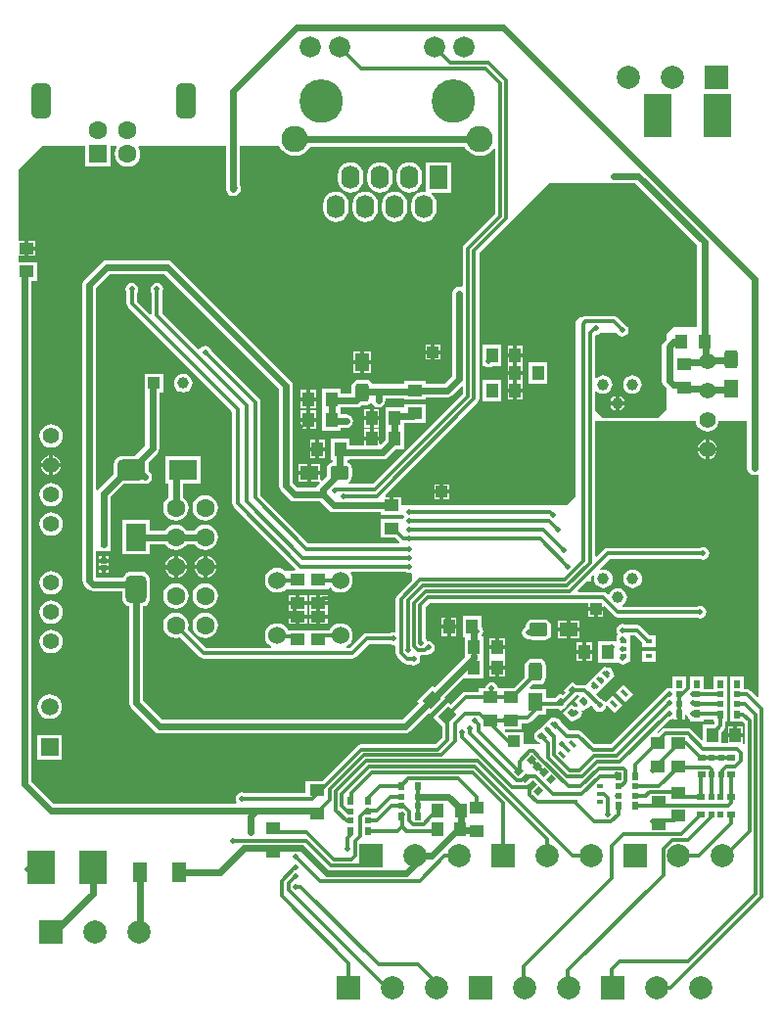
<source format=gbl>
G04*
G04 #@! TF.GenerationSoftware,Altium Limited,Altium Designer,19.1.5 (86)*
G04*
G04 Layer_Physical_Order=2*
G04 Layer_Color=16711680*
%FSLAX44Y44*%
%MOMM*%
G71*
G01*
G75*
%ADD12C,0.6000*%
%ADD18C,0.3000*%
%ADD20R,1.8000X2.4000*%
G04:AMPARAMS|DCode=21|XSize=1.8mm|YSize=2.4mm|CornerRadius=0.45mm|HoleSize=0mm|Usage=FLASHONLY|Rotation=0.000|XOffset=0mm|YOffset=0mm|HoleType=Round|Shape=RoundedRectangle|*
%AMROUNDEDRECTD21*
21,1,1.8000,1.5000,0,0,0.0*
21,1,0.9000,2.4000,0,0,0.0*
1,1,0.9000,0.4500,-0.7500*
1,1,0.9000,-0.4500,-0.7500*
1,1,0.9000,-0.4500,0.7500*
1,1,0.9000,0.4500,0.7500*
%
%ADD21ROUNDEDRECTD21*%
%ADD22R,2.4000X1.8000*%
G04:AMPARAMS|DCode=23|XSize=1.8mm|YSize=2.4mm|CornerRadius=0.45mm|HoleSize=0mm|Usage=FLASHONLY|Rotation=90.000|XOffset=0mm|YOffset=0mm|HoleType=Round|Shape=RoundedRectangle|*
%AMROUNDEDRECTD23*
21,1,1.8000,1.5000,0,0,90.0*
21,1,0.9000,2.4000,0,0,90.0*
1,1,0.9000,0.7500,0.4500*
1,1,0.9000,0.7500,-0.4500*
1,1,0.9000,-0.7500,-0.4500*
1,1,0.9000,-0.7500,0.4500*
%
%ADD23ROUNDEDRECTD23*%
%ADD24R,0.6000X0.5500*%
%ADD25R,0.6000X0.6500*%
%ADD26R,1.3000X1.0000*%
%ADD29R,1.0000X1.3000*%
%ADD30R,1.6000X1.2000*%
G04:AMPARAMS|DCode=31|XSize=1.6mm|YSize=1.2mm|CornerRadius=0.3mm|HoleSize=0mm|Usage=FLASHONLY|Rotation=0.000|XOffset=0mm|YOffset=0mm|HoleType=Round|Shape=RoundedRectangle|*
%AMROUNDEDRECTD31*
21,1,1.6000,0.6000,0,0,0.0*
21,1,1.0000,1.2000,0,0,0.0*
1,1,0.6000,0.5000,-0.3000*
1,1,0.6000,-0.5000,-0.3000*
1,1,0.6000,-0.5000,0.3000*
1,1,0.6000,0.5000,0.3000*
%
%ADD31ROUNDEDRECTD31*%
%ADD40R,2.0000X2.0000*%
%ADD44R,0.5000X0.5000*%
%ADD46R,1.0000X1.0000*%
%ADD102C,0.1270*%
%ADD103C,1.0000*%
%ADD104C,2.0000*%
%ADD105O,1.5748X2.0320*%
%ADD106R,1.5748X2.0320*%
%ADD107C,1.8288*%
%ADD108C,2.2860*%
%ADD109C,1.4000*%
%ADD110C,1.5240*%
%ADD111C,1.5000*%
%ADD112R,1.5000X1.5000*%
G04:AMPARAMS|DCode=113|XSize=1.7mm|YSize=3mm|CornerRadius=0.425mm|HoleSize=0mm|Usage=FLASHONLY|Rotation=180.000|XOffset=0mm|YOffset=0mm|HoleType=Round|Shape=RoundedRectangle|*
%AMROUNDEDRECTD113*
21,1,1.7000,2.1500,0,0,180.0*
21,1,0.8500,3.0000,0,0,180.0*
1,1,0.8500,-0.4250,1.0750*
1,1,0.8500,0.4250,1.0750*
1,1,0.8500,0.4250,-1.0750*
1,1,0.8500,-0.4250,-1.0750*
%
%ADD113ROUNDEDRECTD113*%
%ADD114C,1.6000*%
%ADD115R,1.6000X1.6000*%
%ADD116C,0.5000*%
%ADD117C,3.5560*%
%ADD118P,0.7071X4X270.0*%
G04:AMPARAMS|DCode=119|XSize=0.6mm|YSize=0.35mm|CornerRadius=0mm|HoleSize=0mm|Usage=FLASHONLY|Rotation=135.000|XOffset=0mm|YOffset=0mm|HoleType=Round|Shape=Rectangle|*
%AMROTATEDRECTD119*
4,1,4,0.3359,-0.0884,0.0884,-0.3359,-0.3359,0.0884,-0.0884,0.3359,0.3359,-0.0884,0.0*
%
%ADD119ROTATEDRECTD119*%

%ADD120R,0.6000X0.3500*%
G04:AMPARAMS|DCode=121|XSize=0.6mm|YSize=0.55mm|CornerRadius=0mm|HoleSize=0mm|Usage=FLASHONLY|Rotation=225.000|XOffset=0mm|YOffset=0mm|HoleType=Round|Shape=Rectangle|*
%AMROTATEDRECTD121*
4,1,4,0.0177,0.4066,0.4066,0.0177,-0.0177,-0.4066,-0.4066,-0.0177,0.0177,0.4066,0.0*
%
%ADD121ROTATEDRECTD121*%

%ADD122R,0.5500X0.6000*%
%ADD123R,0.6500X0.6000*%
%ADD124R,1.3000X1.8000*%
G04:AMPARAMS|DCode=125|XSize=1.6mm|YSize=1.2mm|CornerRadius=0.3mm|HoleSize=0mm|Usage=FLASHONLY|Rotation=90.000|XOffset=0mm|YOffset=0mm|HoleType=Round|Shape=RoundedRectangle|*
%AMROUNDEDRECTD125*
21,1,1.6000,0.6000,0,0,90.0*
21,1,1.0000,1.2000,0,0,90.0*
1,1,0.6000,0.3000,0.5000*
1,1,0.6000,0.3000,-0.5000*
1,1,0.6000,-0.3000,-0.5000*
1,1,0.6000,-0.3000,0.5000*
%
%ADD125ROUNDEDRECTD125*%
%ADD126R,1.2000X1.6000*%
G04:AMPARAMS|DCode=127|XSize=1.3mm|YSize=1mm|CornerRadius=0mm|HoleSize=0mm|Usage=FLASHONLY|Rotation=45.000|XOffset=0mm|YOffset=0mm|HoleType=Round|Shape=Rectangle|*
%AMROTATEDRECTD127*
4,1,4,-0.1061,-0.8132,-0.8132,-0.1061,0.1061,0.8132,0.8132,0.1061,-0.1061,-0.8132,0.0*
%
%ADD127ROTATEDRECTD127*%

%ADD128R,2.4500X3.7000*%
%ADD129R,2.4000X3.0000*%
G36*
X1861875Y1813883D02*
X1864188Y1810868D01*
X1867203Y1808555D01*
X1870713Y1807101D01*
X1874480Y1806605D01*
X1878247Y1807101D01*
X1881757Y1808555D01*
X1884772Y1810868D01*
X1887084Y1813883D01*
X1887565Y1815042D01*
X2021395D01*
X2021875Y1813883D01*
X2024189Y1810868D01*
X2027203Y1808555D01*
X2030713Y1807101D01*
X2034480Y1806605D01*
X2038247Y1807101D01*
X2041757Y1808555D01*
X2044772Y1810868D01*
X2046542Y1813175D01*
X2047812Y1812744D01*
Y1756572D01*
X2021216Y1729975D01*
X2020221Y1728487D01*
X2019872Y1726731D01*
Y1694378D01*
X2018602Y1693581D01*
X2016760Y1693947D01*
X2014419Y1693482D01*
X2012434Y1692156D01*
X2011108Y1690171D01*
X2010643Y1687830D01*
Y1616704D01*
X2004066Y1610128D01*
X1988160D01*
Y1612010D01*
X1969160D01*
Y1609335D01*
X1941678D01*
X1941592Y1609766D01*
X1940266Y1611751D01*
X1938281Y1613077D01*
X1935940Y1613543D01*
X1929940D01*
X1927599Y1613077D01*
X1925614Y1611751D01*
X1924288Y1609766D01*
X1923822Y1607425D01*
Y1601237D01*
X1914270D01*
Y1605890D01*
X1898270D01*
Y1586890D01*
Y1569110D01*
X1914270D01*
Y1571223D01*
X1918970D01*
X1921311Y1571688D01*
X1923296Y1573014D01*
X1924622Y1574999D01*
X1925087Y1577340D01*
X1924622Y1579681D01*
X1923296Y1581666D01*
X1921311Y1582992D01*
X1918970Y1583457D01*
X1914270D01*
Y1589003D01*
X1927635D01*
X1929976Y1589468D01*
X1931961Y1590794D01*
X1932474Y1591308D01*
X1935940D01*
X1938281Y1591773D01*
X1939942Y1592883D01*
X1940860Y1592811D01*
X1941419Y1592539D01*
X1942584Y1590794D01*
X1944569Y1589468D01*
X1946168Y1589150D01*
X1946043Y1587880D01*
X1942630D01*
Y1581630D01*
X1947380D01*
Y1587801D01*
X1947380Y1587880D01*
X1947468Y1589113D01*
X1949251Y1589468D01*
X1951236Y1590794D01*
X1952562Y1592779D01*
X1953027Y1595120D01*
Y1597100D01*
X1969160D01*
Y1596010D01*
X1988160D01*
Y1597892D01*
X2006600D01*
X2008941Y1598358D01*
X2010926Y1599684D01*
X2018698Y1607457D01*
X2019872Y1606971D01*
Y1600910D01*
X1942119Y1523158D01*
X1921146D01*
X1920845Y1524428D01*
X1922546Y1525564D01*
X1923872Y1527549D01*
X1924337Y1529890D01*
Y1535890D01*
X1923872Y1538231D01*
X1922546Y1540216D01*
X1920561Y1541542D01*
X1919723Y1541709D01*
Y1543610D01*
X1921990D01*
Y1544453D01*
X1950370D01*
X1952711Y1544918D01*
X1954696Y1546244D01*
X1961532Y1553080D01*
X1968880D01*
Y1570380D01*
Y1575892D01*
X1976660D01*
X1977251Y1576010D01*
X1988160D01*
Y1592010D01*
X1969160D01*
Y1590534D01*
X1968880Y1589380D01*
X1952880D01*
Y1570380D01*
Y1561732D01*
X1948650Y1557502D01*
X1947380Y1558027D01*
Y1560830D01*
X1940880D01*
X1934380D01*
Y1556687D01*
X1921990D01*
Y1562610D01*
X1905990D01*
Y1543610D01*
X1907487D01*
Y1541862D01*
X1905879Y1541542D01*
X1903894Y1540216D01*
X1902568Y1538231D01*
X1902103Y1535890D01*
Y1530201D01*
X1897990Y1526088D01*
X1896720Y1526614D01*
Y1531140D01*
X1888970D01*
Y1525390D01*
X1895496D01*
X1896022Y1524120D01*
X1894324Y1522422D01*
X1892998Y1520438D01*
X1892903Y1519957D01*
X1877054D01*
X1873017Y1523994D01*
Y1607820D01*
X1872552Y1610161D01*
X1871226Y1612146D01*
X1828046Y1655326D01*
X1828046Y1655326D01*
X1768356Y1715016D01*
X1766371Y1716342D01*
X1764030Y1716808D01*
X1711960Y1716808D01*
X1709619Y1716342D01*
X1707634Y1715016D01*
X1692394Y1699776D01*
X1691068Y1697791D01*
X1690603Y1695450D01*
Y1439885D01*
X1691068Y1437544D01*
X1692394Y1435559D01*
X1695909Y1432044D01*
X1697894Y1430718D01*
X1700235Y1430253D01*
X1725297D01*
Y1424510D01*
X1725555Y1422552D01*
X1726310Y1420728D01*
X1727513Y1419161D01*
X1729079Y1417959D01*
X1730904Y1417203D01*
X1731243Y1417158D01*
Y1333500D01*
X1731708Y1331159D01*
X1733034Y1329174D01*
X1753354Y1308854D01*
X1755339Y1307528D01*
X1757680Y1307063D01*
X1969770D01*
X1972111Y1307528D01*
X1974096Y1308854D01*
X1990398Y1325157D01*
X1991397Y1324158D01*
X2004832Y1337593D01*
X2003948Y1338477D01*
X2020761Y1355289D01*
X2021460Y1355000D01*
Y1355000D01*
X2037460D01*
Y1359947D01*
X2037608Y1360690D01*
X2037460Y1361433D01*
Y1372260D01*
Y1391260D01*
X2037155D01*
X2036477Y1392530D01*
X2037181Y1393584D01*
X2037608Y1395730D01*
X2037181Y1397876D01*
X2035965Y1399695D01*
X2035870Y1399759D01*
Y1409040D01*
X2019870D01*
Y1390040D01*
X2021460D01*
Y1373291D01*
X1995297Y1347128D01*
X1993519Y1348907D01*
X1980083Y1335471D01*
X1981747Y1333808D01*
X1967236Y1319297D01*
X1760214D01*
X1743477Y1336034D01*
Y1417158D01*
X1743819Y1417203D01*
X1745644Y1417959D01*
X1747211Y1419161D01*
X1748413Y1420728D01*
X1749169Y1422552D01*
X1749426Y1424510D01*
Y1439510D01*
X1749169Y1441468D01*
X1748413Y1443292D01*
X1747211Y1444859D01*
X1745644Y1446061D01*
X1743819Y1446817D01*
X1741862Y1447075D01*
X1732862D01*
X1730904Y1446817D01*
X1729079Y1446061D01*
X1727513Y1444859D01*
X1726310Y1443292D01*
X1725977Y1442487D01*
X1702838D01*
Y1464707D01*
X1703920Y1465160D01*
X1704108Y1465160D01*
X1706852D01*
X1707079Y1465008D01*
X1709420Y1464543D01*
X1711761Y1465008D01*
X1711988Y1465160D01*
X1714920D01*
Y1468092D01*
X1715072Y1468319D01*
X1715538Y1470660D01*
Y1512316D01*
X1726586Y1523365D01*
X1740501D01*
X1742366Y1523610D01*
X1742639Y1523428D01*
X1744980Y1522962D01*
X1747321Y1523428D01*
X1749306Y1524754D01*
X1750632Y1526739D01*
X1751098Y1529080D01*
X1750632Y1531421D01*
X1749306Y1533406D01*
X1748065Y1534646D01*
Y1539929D01*
X1747843Y1541621D01*
X1755656Y1549434D01*
X1756982Y1551419D01*
X1757448Y1553760D01*
Y1602360D01*
X1760600D01*
Y1618360D01*
X1744600D01*
Y1602360D01*
X1745213D01*
Y1556294D01*
X1736748Y1547830D01*
X1736524Y1547494D01*
X1725501D01*
X1723543Y1547236D01*
X1721718Y1546480D01*
X1720152Y1545278D01*
X1718950Y1543712D01*
X1718194Y1541887D01*
X1717936Y1539929D01*
Y1532018D01*
X1705094Y1519176D01*
X1704108Y1517699D01*
X1702838Y1518084D01*
Y1692916D01*
X1714494Y1704572D01*
X1761496Y1704572D01*
X1819394Y1646674D01*
X1819394Y1646674D01*
X1860782Y1605286D01*
Y1521460D01*
X1861248Y1519119D01*
X1862574Y1517134D01*
X1870194Y1509514D01*
X1872179Y1508188D01*
X1874520Y1507722D01*
X1896116D01*
X1903534Y1500304D01*
X1905519Y1498978D01*
X1907860Y1498513D01*
X1948840D01*
Y1496630D01*
X1967840D01*
X1968793Y1495865D01*
X1969511Y1494790D01*
X1968683Y1493551D01*
X1967840Y1492630D01*
X1948840D01*
Y1476630D01*
X1961351D01*
X1965103Y1472878D01*
X1965358Y1472708D01*
X1964973Y1471438D01*
X1886581D01*
X1844818Y1513201D01*
Y1593850D01*
X1844469Y1595606D01*
X1843474Y1597094D01*
X1802439Y1638130D01*
X1802231Y1639176D01*
X1801015Y1640995D01*
X1799196Y1642211D01*
X1797050Y1642638D01*
X1794904Y1642211D01*
X1793085Y1640995D01*
X1792334Y1639871D01*
X1790766Y1639643D01*
X1759728Y1670681D01*
Y1688607D01*
X1760321Y1689494D01*
X1760748Y1691640D01*
X1760321Y1693786D01*
X1759105Y1695605D01*
X1757286Y1696821D01*
X1755140Y1697248D01*
X1752994Y1696821D01*
X1751175Y1695605D01*
X1749959Y1693786D01*
X1749532Y1691640D01*
X1749959Y1689494D01*
X1750552Y1688607D01*
Y1670223D01*
X1749282Y1669697D01*
X1738138Y1680840D01*
Y1688607D01*
X1738731Y1689494D01*
X1739158Y1691640D01*
X1738731Y1693786D01*
X1737515Y1695605D01*
X1735696Y1696821D01*
X1733550Y1697248D01*
X1731404Y1696821D01*
X1729585Y1695605D01*
X1728369Y1693786D01*
X1727942Y1691640D01*
X1728369Y1689494D01*
X1728962Y1688607D01*
Y1678940D01*
X1729311Y1677184D01*
X1730306Y1675696D01*
X1820402Y1585600D01*
Y1506220D01*
X1820751Y1504464D01*
X1821746Y1502976D01*
X1875271Y1449450D01*
X1874745Y1448180D01*
X1867560D01*
X1867560Y1448180D01*
Y1448180D01*
X1866290Y1447927D01*
X1864636Y1449197D01*
X1862052Y1450267D01*
X1859280Y1450632D01*
X1856508Y1450267D01*
X1853924Y1449197D01*
X1851706Y1447494D01*
X1850003Y1445276D01*
X1848933Y1442692D01*
X1848568Y1439920D01*
X1848933Y1437148D01*
X1850003Y1434564D01*
X1851706Y1432346D01*
X1853924Y1430643D01*
X1856508Y1429573D01*
X1859280Y1429208D01*
X1862052Y1429573D01*
X1864636Y1430643D01*
X1866374Y1431977D01*
X1867560Y1432180D01*
X1867560Y1432180D01*
X1867560Y1432180D01*
X1904340D01*
Y1432834D01*
X1905610Y1433266D01*
X1906316Y1432346D01*
X1908534Y1430643D01*
X1911118Y1429573D01*
X1913890Y1429208D01*
X1916662Y1429573D01*
X1919246Y1430643D01*
X1921464Y1432346D01*
X1923167Y1434564D01*
X1924237Y1437148D01*
X1924602Y1439920D01*
X1924237Y1442692D01*
X1923167Y1445276D01*
X1922701Y1445883D01*
X1923262Y1447022D01*
X1970547D01*
X1971434Y1446429D01*
X1973580Y1446002D01*
X1974850Y1446255D01*
X1976120Y1445281D01*
X1976120Y1439770D01*
X1963066Y1426715D01*
X1962071Y1425227D01*
X1961722Y1423471D01*
Y1395569D01*
X1960740Y1394763D01*
X1959610Y1394988D01*
X1957464Y1394561D01*
X1956577Y1393968D01*
X1936750D01*
X1934994Y1393619D01*
X1933506Y1392624D01*
X1922150Y1381268D01*
X1919244D01*
X1918992Y1382538D01*
X1919246Y1382643D01*
X1921464Y1384346D01*
X1923167Y1386564D01*
X1924237Y1389148D01*
X1924602Y1391920D01*
X1924237Y1394692D01*
X1923167Y1397276D01*
X1921464Y1399494D01*
X1919246Y1401197D01*
X1916662Y1402267D01*
X1913890Y1402632D01*
X1911118Y1402267D01*
X1908534Y1401197D01*
X1906316Y1399494D01*
X1904613Y1397276D01*
X1904296Y1396508D01*
X1898330D01*
X1897937Y1396430D01*
X1868907D01*
X1868557Y1397276D01*
X1866854Y1399494D01*
X1864636Y1401197D01*
X1862052Y1402267D01*
X1859280Y1402632D01*
X1856508Y1402267D01*
X1853924Y1401197D01*
X1851706Y1399494D01*
X1850003Y1397276D01*
X1848933Y1394692D01*
X1848568Y1391920D01*
X1848933Y1389148D01*
X1850003Y1386564D01*
X1851706Y1384346D01*
X1853924Y1382643D01*
X1854178Y1382538D01*
X1853926Y1381268D01*
X1797681D01*
X1781969Y1396979D01*
X1782367Y1397938D01*
X1782745Y1400810D01*
X1782367Y1403682D01*
X1781259Y1406358D01*
X1779495Y1408655D01*
X1777198Y1410419D01*
X1774522Y1411527D01*
X1771650Y1411905D01*
X1768778Y1411527D01*
X1766102Y1410419D01*
X1763805Y1408655D01*
X1762041Y1406358D01*
X1760933Y1403682D01*
X1760555Y1400810D01*
X1760933Y1397938D01*
X1762041Y1395262D01*
X1763805Y1392965D01*
X1766102Y1391201D01*
X1768778Y1390093D01*
X1771650Y1389715D01*
X1774522Y1390093D01*
X1775481Y1390491D01*
X1792536Y1373436D01*
X1794024Y1372441D01*
X1795780Y1372092D01*
X1924050D01*
X1925806Y1372441D01*
X1927294Y1373436D01*
X1938651Y1384792D01*
X1956577D01*
X1957464Y1384199D01*
X1959610Y1383772D01*
X1960740Y1383997D01*
X1961722Y1383191D01*
Y1376735D01*
X1962071Y1374979D01*
X1963066Y1373490D01*
X1968200Y1368356D01*
X1969689Y1367361D01*
X1971445Y1367012D01*
X1974357D01*
X1975244Y1366419D01*
X1977390Y1365992D01*
X1979536Y1366419D01*
X1981355Y1367635D01*
X1982571Y1369454D01*
X1982998Y1371600D01*
X1982578Y1373712D01*
X1982541Y1373940D01*
X1983265Y1374982D01*
X1987359D01*
X1989115Y1375331D01*
X1990280Y1376110D01*
X1992136Y1376479D01*
X1993955Y1377695D01*
X1995171Y1379514D01*
X1995598Y1381660D01*
X1995171Y1383806D01*
X1993955Y1385625D01*
X1992136Y1386841D01*
X1989990Y1387268D01*
X1989047Y1387080D01*
X1988921Y1387716D01*
X1987705Y1389535D01*
X1987699Y1389539D01*
Y1416689D01*
X1991362Y1420352D01*
X2128370D01*
Y1416530D01*
X2141370D01*
Y1416642D01*
X2142543Y1417128D01*
X2150676Y1408996D01*
X2152164Y1408001D01*
X2153920Y1407652D01*
X2222007D01*
X2222894Y1407059D01*
X2225040Y1406632D01*
X2227186Y1407059D01*
X2229005Y1408275D01*
X2230221Y1410094D01*
X2230648Y1412240D01*
X2230221Y1414386D01*
X2229005Y1416205D01*
X2227186Y1417421D01*
X2225040Y1417848D01*
X2222894Y1417421D01*
X2222007Y1416828D01*
X2158490D01*
X2158230Y1417375D01*
X2158145Y1418098D01*
X2159626Y1419234D01*
X2160908Y1420905D01*
X2161714Y1422852D01*
X2161989Y1424940D01*
X2161714Y1427028D01*
X2160908Y1428974D01*
X2159626Y1430646D01*
X2157955Y1431928D01*
X2156008Y1432734D01*
X2153920Y1433009D01*
X2151832Y1432734D01*
X2149886Y1431928D01*
X2148214Y1430646D01*
X2146932Y1428974D01*
X2146504Y1427941D01*
X2145006Y1427643D01*
X2144464Y1428184D01*
X2142976Y1429179D01*
X2141220Y1429528D01*
X2119666D01*
X2119180Y1430701D01*
X2127389Y1438910D01*
X2131060D01*
Y1442581D01*
X2132601Y1444122D01*
X2133677Y1443403D01*
X2133626Y1443278D01*
X2133351Y1441190D01*
X2133626Y1439102D01*
X2134432Y1437155D01*
X2135714Y1435484D01*
X2137386Y1434202D01*
X2139332Y1433396D01*
X2141420Y1433121D01*
X2143508Y1433396D01*
X2145455Y1434202D01*
X2147126Y1435484D01*
X2148408Y1437155D01*
X2149214Y1439102D01*
X2149489Y1441190D01*
X2149214Y1443278D01*
X2148408Y1445224D01*
X2147126Y1446896D01*
X2145455Y1448178D01*
X2143508Y1448984D01*
X2141420Y1449259D01*
X2139332Y1448984D01*
X2139207Y1448933D01*
X2138488Y1450009D01*
X2146931Y1458452D01*
X2224547D01*
X2225434Y1457859D01*
X2227580Y1457432D01*
X2229726Y1457859D01*
X2231545Y1459075D01*
X2232761Y1460894D01*
X2233188Y1463040D01*
X2232761Y1465186D01*
X2231545Y1467005D01*
X2229726Y1468221D01*
X2227580Y1468648D01*
X2225434Y1468221D01*
X2224547Y1467628D01*
X2145030D01*
X2143274Y1467279D01*
X2141786Y1466284D01*
X2135551Y1460050D01*
X2134378Y1460536D01*
Y1577340D01*
X2221471D01*
X2221647Y1575999D01*
X2222655Y1573567D01*
X2224258Y1571478D01*
X2226347Y1569875D01*
X2228779Y1568867D01*
X2231390Y1568524D01*
X2234001Y1568867D01*
X2236433Y1569875D01*
X2238522Y1571478D01*
X2240125Y1573567D01*
X2241133Y1575999D01*
X2241309Y1577340D01*
X2265912D01*
Y1536700D01*
X2266378Y1534359D01*
X2267704Y1532374D01*
X2269689Y1531048D01*
X2272030Y1530582D01*
X2274371Y1531048D01*
X2274720Y1531281D01*
X2275840Y1530683D01*
X2275840Y1339108D01*
X2274667Y1338622D01*
X2269104Y1344184D01*
X2267616Y1345179D01*
X2265860Y1345528D01*
X2263280D01*
Y1356190D01*
X2251280D01*
Y1343690D01*
Y1335190D01*
Y1327190D01*
Y1317690D01*
X2262301D01*
X2263632Y1316360D01*
Y1297940D01*
X2262020D01*
Y1303810D01*
X2255520D01*
X2249020D01*
Y1298718D01*
X2243520D01*
Y1308571D01*
X2245774Y1310826D01*
X2246769Y1312314D01*
X2247118Y1314070D01*
Y1317690D01*
X2248530D01*
Y1327190D01*
Y1332109D01*
X2248603Y1332475D01*
X2248530Y1332841D01*
Y1343690D01*
Y1356190D01*
X2236530D01*
Y1345583D01*
X2228254D01*
Y1356370D01*
X2216254D01*
Y1346107D01*
X2214774Y1345118D01*
X2214485Y1345175D01*
X2213504Y1345544D01*
Y1356370D01*
X2201504D01*
Y1347052D01*
X2200234Y1346357D01*
X2198370Y1346728D01*
X2196224Y1346301D01*
X2194405Y1345085D01*
X2193244Y1343347D01*
X2147836Y1297940D01*
X2133739Y1297940D01*
X2123191Y1308487D01*
X2121703Y1309482D01*
X2119947Y1309831D01*
X2111718D01*
X2105094Y1316454D01*
X2104886Y1317501D01*
X2103671Y1319320D01*
X2101851Y1320536D01*
X2099705Y1320963D01*
X2098862Y1320795D01*
X2097761Y1321895D01*
X2093165Y1317299D01*
X2086700Y1310835D01*
X2084976Y1310492D01*
X2083156Y1309276D01*
X2081941Y1307457D01*
X2081514Y1305311D01*
X2081941Y1303165D01*
X2083156Y1301346D01*
X2084976Y1300130D01*
X2085987Y1299929D01*
X2086550Y1299125D01*
X2086003Y1297940D01*
X2072385D01*
Y1308480D01*
X2057159D01*
X2056232Y1309407D01*
X2056718Y1310580D01*
X2070710D01*
Y1316212D01*
X2075780D01*
X2077536Y1316561D01*
X2079024Y1317556D01*
X2085239Y1323770D01*
X2091800D01*
Y1328714D01*
X2102667D01*
X2104390Y1326992D01*
X2106265Y1328866D01*
X2107256Y1329064D01*
X2108745Y1330058D01*
X2109537Y1331244D01*
X2118374Y1340081D01*
X2120063D01*
X2120549Y1338908D01*
X2116671Y1335031D01*
X2119326Y1332376D01*
X2119494Y1331529D01*
X2119091Y1330889D01*
X2118636Y1330405D01*
X2117503Y1330630D01*
X2116506Y1330432D01*
X2114290Y1332649D01*
X2106511Y1324870D01*
X2114290Y1317092D01*
X2116104Y1318907D01*
X2117397Y1319164D01*
X2117887Y1319491D01*
X2119649Y1319842D01*
X2121468Y1321057D01*
X2122684Y1322877D01*
X2123110Y1325023D01*
X2122718Y1326994D01*
X2122793Y1327112D01*
X2124028Y1327373D01*
X2124449Y1327252D01*
X2125184Y1327986D01*
X2126856Y1328319D01*
X2128675Y1329535D01*
X2129891Y1331354D01*
X2129928Y1331543D01*
X2131306Y1331961D01*
X2132714Y1330553D01*
X2132922Y1329507D01*
X2134138Y1327688D01*
X2135957Y1326472D01*
X2138103Y1326045D01*
X2140249Y1326472D01*
X2142068Y1327688D01*
X2143284Y1329507D01*
X2143562Y1330904D01*
X2144940Y1331322D01*
X2150987Y1325275D01*
X2157704Y1331992D01*
X2156643Y1333053D01*
X2156644Y1333053D01*
X2153462Y1336236D01*
X2150280Y1339418D01*
X2150280Y1339417D01*
X2149219Y1340478D01*
X2143694Y1334953D01*
X2142430Y1335077D01*
X2142068Y1335618D01*
X2140249Y1336834D01*
X2139203Y1337042D01*
X2135963Y1340282D01*
X2135077Y1341185D01*
X2139673Y1345781D01*
X2144269Y1350377D01*
X2150987Y1357095D01*
X2150049Y1358033D01*
X2150252Y1359054D01*
X2149825Y1361200D01*
X2148609Y1363019D01*
X2146790Y1364234D01*
X2144644Y1364661D01*
X2143623Y1364458D01*
X2142501Y1365580D01*
X2137905Y1360984D01*
X2131188Y1354266D01*
X2126591Y1349670D01*
X2125529Y1349170D01*
X2125087Y1349258D01*
X2118000D01*
X2114550Y1352708D01*
X2106772Y1344930D01*
X2108509Y1343193D01*
X2106127Y1340811D01*
X2104390Y1342548D01*
X2099733Y1337891D01*
X2091800D01*
Y1345770D01*
X2078048D01*
X2077562Y1346943D01*
X2080271Y1349653D01*
X2085800D01*
X2088141Y1350118D01*
X2090126Y1351444D01*
X2091452Y1353429D01*
X2091918Y1355770D01*
Y1365770D01*
X2091452Y1368111D01*
X2090126Y1370096D01*
X2088141Y1371422D01*
X2085800Y1371888D01*
X2079800D01*
X2077459Y1371422D01*
X2075474Y1370096D01*
X2074148Y1368111D01*
X2073683Y1365770D01*
Y1356041D01*
X2064221Y1346580D01*
X2050232D01*
X2049881Y1348346D01*
X2048665Y1350165D01*
X2046846Y1351381D01*
X2044700Y1351808D01*
X2042554Y1351381D01*
X2040735Y1350165D01*
X2039519Y1348346D01*
X2039168Y1346580D01*
X2033930D01*
Y1343168D01*
X2022790D01*
X2021034Y1342819D01*
X2019546Y1341824D01*
X2010073Y1332352D01*
X2007661Y1334764D01*
X1994226Y1321329D01*
X2002012Y1313543D01*
Y1303651D01*
X1996409Y1298048D01*
X1932098D01*
X1930342Y1297699D01*
X1928853Y1296704D01*
X1898399Y1266250D01*
X1884070D01*
Y1255538D01*
X1831833D01*
X1830946Y1256131D01*
X1828800Y1256558D01*
X1826654Y1256131D01*
X1824835Y1254915D01*
X1823619Y1253096D01*
X1823192Y1250950D01*
X1823619Y1248804D01*
X1824038Y1248177D01*
X1823359Y1246908D01*
X1666234D01*
X1646958Y1266184D01*
X1646958Y1698880D01*
X1651610D01*
Y1714880D01*
X1635760D01*
Y1720380D01*
X1640360D01*
Y1726880D01*
Y1733380D01*
X1635760D01*
Y1794912D01*
X1656514Y1815666D01*
X1693340D01*
Y1797480D01*
X1715340D01*
Y1815666D01*
X1719953D01*
X1720515Y1814527D01*
X1720132Y1814028D01*
X1719023Y1811352D01*
X1718645Y1808480D01*
X1719023Y1805608D01*
X1720132Y1802932D01*
X1721895Y1800635D01*
X1724193Y1798871D01*
X1726868Y1797763D01*
X1729740Y1797385D01*
X1732612Y1797763D01*
X1735287Y1798871D01*
X1737585Y1800635D01*
X1739348Y1802932D01*
X1740457Y1805608D01*
X1740835Y1808480D01*
X1740457Y1811352D01*
X1739348Y1814028D01*
X1738965Y1814527D01*
X1739527Y1815666D01*
X1815063D01*
Y1778000D01*
X1815528Y1775659D01*
X1816854Y1773674D01*
X1818839Y1772348D01*
X1821180Y1771882D01*
X1823521Y1772348D01*
X1825506Y1773674D01*
X1826258Y1774800D01*
X1826295Y1774825D01*
X1827511Y1776644D01*
X1827938Y1778790D01*
X1827511Y1780936D01*
X1827298Y1781255D01*
Y1815666D01*
X1861137D01*
X1861875Y1813883D01*
D02*
G37*
G36*
X2169398Y1783080D02*
X2222733Y1729746D01*
Y1658620D01*
X2202180D01*
X2195830Y1652270D01*
Y1648221D01*
X2194044Y1646436D01*
X2192718Y1644451D01*
X2192253Y1642110D01*
Y1612065D01*
X2192718Y1609724D01*
X2194044Y1607739D01*
X2195830Y1605953D01*
X2195830Y1587500D01*
X2188729Y1580399D01*
X2140701D01*
X2134378Y1586722D01*
Y1602999D01*
X2134435Y1603018D01*
X2135648Y1603282D01*
X2137186Y1602102D01*
X2139132Y1601296D01*
X2141220Y1601021D01*
X2143308Y1601296D01*
X2145255Y1602102D01*
X2146926Y1603384D01*
X2148208Y1605056D01*
X2149014Y1607002D01*
X2149289Y1609090D01*
X2149014Y1611178D01*
X2148208Y1613125D01*
X2146926Y1614796D01*
X2145255Y1616078D01*
X2143308Y1616884D01*
X2141220Y1617159D01*
X2139132Y1616884D01*
X2137186Y1616078D01*
X2135648Y1614898D01*
X2134435Y1615162D01*
X2134378Y1615181D01*
Y1650953D01*
X2134870Y1652062D01*
X2137016Y1652489D01*
X2138589Y1653540D01*
X2152812D01*
X2153765Y1652115D01*
X2155584Y1650899D01*
X2157730Y1650472D01*
X2159876Y1650899D01*
X2161695Y1652115D01*
X2162911Y1653934D01*
X2163338Y1656080D01*
X2162911Y1658226D01*
X2162713Y1658523D01*
X2162810Y1658620D01*
X2162321Y1659109D01*
X2161695Y1660045D01*
X2160759Y1660671D01*
X2153920Y1667510D01*
X2152508D01*
X2151866Y1667939D01*
X2150110Y1668288D01*
X2125980D01*
X2124224Y1667939D01*
X2123582Y1667510D01*
X2120900D01*
X2117090Y1663700D01*
Y1512570D01*
X2109470Y1504950D01*
X1966340D01*
Y1511130D01*
X1960090D01*
Y1504630D01*
X1956590D01*
Y1511130D01*
X1953260D01*
Y1514250D01*
X2032704Y1593695D01*
X2033699Y1595183D01*
X2034048Y1596939D01*
Y1722760D01*
X2060644Y1749356D01*
X2060923Y1749774D01*
X2094230Y1783080D01*
X2169398Y1783080D01*
D02*
G37*
G36*
X2209254Y1319370D02*
X2212004D01*
Y1323523D01*
X2213274Y1323648D01*
X2213509Y1322464D01*
X2214725Y1320645D01*
X2216254Y1319623D01*
Y1317870D01*
X2228254D01*
Y1319442D01*
X2236530D01*
Y1317690D01*
X2237942D01*
Y1315970D01*
X2237031Y1315060D01*
X2227520D01*
Y1302338D01*
X2226347Y1301852D01*
X2217564Y1310634D01*
X2216076Y1311629D01*
X2214320Y1311978D01*
X2195120D01*
X2193364Y1311629D01*
X2191876Y1310634D01*
X2188946Y1307704D01*
X2188874Y1307719D01*
X2188456Y1309097D01*
X2198363Y1319004D01*
X2198370Y1319002D01*
X2200516Y1319429D01*
X2201734Y1320243D01*
X2203004Y1319564D01*
Y1319370D01*
X2205754D01*
Y1324120D01*
X2209254D01*
Y1319370D01*
D02*
G37*
%LPC*%
G36*
X2009854Y1801320D02*
X1988106D01*
Y1776736D01*
X1987151Y1775899D01*
X1986280Y1776014D01*
X1983441Y1775640D01*
X1980796Y1774544D01*
X1978525Y1772801D01*
X1976782Y1770530D01*
X1975686Y1767885D01*
X1975312Y1765046D01*
Y1760474D01*
X1975686Y1757635D01*
X1976782Y1754990D01*
X1978525Y1752719D01*
X1980796Y1750976D01*
X1983441Y1749880D01*
X1986280Y1749506D01*
X1989119Y1749880D01*
X1991764Y1750976D01*
X1994035Y1752719D01*
X1995778Y1754990D01*
X1996874Y1757635D01*
X1997248Y1760474D01*
Y1765046D01*
X1996874Y1767885D01*
X1995778Y1770530D01*
X1994035Y1772801D01*
X1992825Y1773730D01*
X1993256Y1775000D01*
X2009854D01*
Y1801320D01*
D02*
G37*
G36*
X1973580Y1801414D02*
X1970741Y1801040D01*
X1968096Y1799944D01*
X1965825Y1798201D01*
X1964082Y1795930D01*
X1962986Y1793285D01*
X1962612Y1790446D01*
Y1785874D01*
X1962986Y1783035D01*
X1964082Y1780390D01*
X1965825Y1778119D01*
X1968096Y1776376D01*
X1970741Y1775280D01*
X1973580Y1774906D01*
X1976419Y1775280D01*
X1979064Y1776376D01*
X1981335Y1778119D01*
X1983078Y1780390D01*
X1984174Y1783035D01*
X1984548Y1785874D01*
Y1790446D01*
X1984174Y1793285D01*
X1983078Y1795930D01*
X1981335Y1798201D01*
X1979064Y1799944D01*
X1976419Y1801040D01*
X1973580Y1801414D01*
D02*
G37*
G36*
X1948180D02*
X1945341Y1801040D01*
X1942696Y1799944D01*
X1940425Y1798201D01*
X1938682Y1795930D01*
X1937586Y1793285D01*
X1937212Y1790446D01*
Y1785874D01*
X1937586Y1783035D01*
X1938682Y1780390D01*
X1940425Y1778119D01*
X1942696Y1776376D01*
X1945341Y1775280D01*
X1948180Y1774906D01*
X1951019Y1775280D01*
X1953664Y1776376D01*
X1955935Y1778119D01*
X1957678Y1780390D01*
X1958774Y1783035D01*
X1959148Y1785874D01*
Y1790446D01*
X1958774Y1793285D01*
X1957678Y1795930D01*
X1955935Y1798201D01*
X1953664Y1799944D01*
X1951019Y1801040D01*
X1948180Y1801414D01*
D02*
G37*
G36*
X1922780D02*
X1919941Y1801040D01*
X1917296Y1799944D01*
X1915025Y1798201D01*
X1913282Y1795930D01*
X1912186Y1793285D01*
X1911812Y1790446D01*
Y1785874D01*
X1912186Y1783035D01*
X1913282Y1780390D01*
X1915025Y1778119D01*
X1917296Y1776376D01*
X1919941Y1775280D01*
X1922780Y1774906D01*
X1925619Y1775280D01*
X1928264Y1776376D01*
X1930535Y1778119D01*
X1932278Y1780390D01*
X1933374Y1783035D01*
X1933748Y1785874D01*
Y1790446D01*
X1933374Y1793285D01*
X1932278Y1795930D01*
X1930535Y1798201D01*
X1928264Y1799944D01*
X1925619Y1801040D01*
X1922780Y1801414D01*
D02*
G37*
G36*
X1960880Y1776014D02*
X1958041Y1775640D01*
X1955396Y1774544D01*
X1953125Y1772801D01*
X1951382Y1770530D01*
X1950286Y1767885D01*
X1949912Y1765046D01*
Y1760474D01*
X1950286Y1757635D01*
X1951382Y1754990D01*
X1953125Y1752719D01*
X1955396Y1750976D01*
X1958041Y1749880D01*
X1960880Y1749506D01*
X1963719Y1749880D01*
X1966364Y1750976D01*
X1968635Y1752719D01*
X1970378Y1754990D01*
X1971474Y1757635D01*
X1971848Y1760474D01*
Y1765046D01*
X1971474Y1767885D01*
X1970378Y1770530D01*
X1968635Y1772801D01*
X1966364Y1774544D01*
X1963719Y1775640D01*
X1960880Y1776014D01*
D02*
G37*
G36*
X1935480D02*
X1932641Y1775640D01*
X1929996Y1774544D01*
X1927725Y1772801D01*
X1925982Y1770530D01*
X1924886Y1767885D01*
X1924512Y1765046D01*
Y1760474D01*
X1924886Y1757635D01*
X1925982Y1754990D01*
X1927725Y1752719D01*
X1929996Y1750976D01*
X1932641Y1749880D01*
X1935480Y1749506D01*
X1938319Y1749880D01*
X1940964Y1750976D01*
X1943235Y1752719D01*
X1944978Y1754990D01*
X1946074Y1757635D01*
X1946448Y1760474D01*
Y1765046D01*
X1946074Y1767885D01*
X1944978Y1770530D01*
X1943235Y1772801D01*
X1940964Y1774544D01*
X1938319Y1775640D01*
X1935480Y1776014D01*
D02*
G37*
G36*
X1910080D02*
X1907241Y1775640D01*
X1904596Y1774544D01*
X1902325Y1772801D01*
X1900582Y1770530D01*
X1899486Y1767885D01*
X1899112Y1765046D01*
Y1760474D01*
X1899486Y1757635D01*
X1900582Y1754990D01*
X1902325Y1752719D01*
X1904596Y1750976D01*
X1907241Y1749880D01*
X1910080Y1749506D01*
X1912919Y1749880D01*
X1915564Y1750976D01*
X1917835Y1752719D01*
X1919578Y1754990D01*
X1920674Y1757635D01*
X1921048Y1760474D01*
Y1765046D01*
X1920674Y1767885D01*
X1919578Y1770530D01*
X1917835Y1772801D01*
X1915564Y1774544D01*
X1912919Y1775640D01*
X1910080Y1776014D01*
D02*
G37*
G36*
X1650110Y1733380D02*
X1643860D01*
Y1728630D01*
X1650110D01*
Y1733380D01*
D02*
G37*
G36*
Y1725130D02*
X1643860D01*
Y1720380D01*
X1650110D01*
Y1725130D01*
D02*
G37*
G36*
X2000400Y1643530D02*
X1995650D01*
Y1638780D01*
X2000400D01*
Y1643530D01*
D02*
G37*
G36*
X1992150D02*
X1987400D01*
Y1638780D01*
X1992150D01*
Y1643530D01*
D02*
G37*
G36*
X2000400Y1635280D02*
X1995650D01*
Y1630530D01*
X2000400D01*
Y1635280D01*
D02*
G37*
G36*
X1992150D02*
X1987400D01*
Y1630530D01*
X1992150D01*
Y1635280D01*
D02*
G37*
G36*
X1940440Y1637925D02*
X1934690D01*
Y1630175D01*
X1940440D01*
Y1637925D01*
D02*
G37*
G36*
X1931190D02*
X1925440D01*
Y1630175D01*
X1931190D01*
Y1637925D01*
D02*
G37*
G36*
X1940440Y1626675D02*
X1934690D01*
Y1618925D01*
X1940440D01*
Y1626675D01*
D02*
G37*
G36*
X1931190D02*
X1925440D01*
Y1618925D01*
X1931190D01*
Y1626675D01*
D02*
G37*
G36*
X1778000Y1618429D02*
X1775912Y1618154D01*
X1773965Y1617348D01*
X1772294Y1616066D01*
X1771012Y1614395D01*
X1770206Y1612448D01*
X1769931Y1610360D01*
X1770206Y1608272D01*
X1771012Y1606326D01*
X1772294Y1604654D01*
X1773965Y1603372D01*
X1775912Y1602566D01*
X1778000Y1602291D01*
X1780088Y1602566D01*
X1782034Y1603372D01*
X1783706Y1604654D01*
X1784988Y1606326D01*
X1785794Y1608272D01*
X1786069Y1610360D01*
X1785794Y1612448D01*
X1784988Y1614395D01*
X1783706Y1616066D01*
X1782034Y1617348D01*
X1780088Y1618154D01*
X1778000Y1618429D01*
D02*
G37*
G36*
X1892770Y1604390D02*
X1888020D01*
Y1598140D01*
X1892770D01*
Y1604390D01*
D02*
G37*
G36*
X1884520D02*
X1879770D01*
Y1598140D01*
X1884520D01*
Y1604390D01*
D02*
G37*
G36*
X1892770Y1594640D02*
X1888020D01*
Y1588390D01*
X1892770D01*
Y1594640D01*
D02*
G37*
G36*
X1884520D02*
X1879770D01*
Y1588390D01*
X1884520D01*
Y1594640D01*
D02*
G37*
G36*
X1939130Y1587880D02*
X1934380D01*
Y1581630D01*
X1939130D01*
Y1587880D01*
D02*
G37*
G36*
X1892770Y1586610D02*
X1888020D01*
Y1580360D01*
X1892770D01*
Y1586610D01*
D02*
G37*
G36*
X1884520D02*
X1879770D01*
Y1580360D01*
X1884520D01*
Y1586610D01*
D02*
G37*
G36*
X1947380Y1578130D02*
X1942630D01*
Y1571880D01*
X1947380D01*
Y1578130D01*
D02*
G37*
G36*
X1939130D02*
X1934380D01*
Y1571880D01*
X1939130D01*
Y1578130D01*
D02*
G37*
G36*
X1892770Y1576860D02*
X1888020D01*
Y1570610D01*
X1892770D01*
Y1576860D01*
D02*
G37*
G36*
X1884520D02*
X1879770D01*
Y1570610D01*
X1884520D01*
Y1576860D01*
D02*
G37*
G36*
X1947380Y1570580D02*
X1942630D01*
Y1564330D01*
X1947380D01*
Y1570580D01*
D02*
G37*
G36*
X1939130D02*
X1934380D01*
Y1564330D01*
X1939130D01*
Y1570580D01*
D02*
G37*
G36*
X2233140Y1561553D02*
Y1554960D01*
X2239733D01*
X2239671Y1555429D01*
X2238815Y1557497D01*
X2237452Y1559272D01*
X2235677Y1560635D01*
X2233609Y1561491D01*
X2233140Y1561553D01*
D02*
G37*
G36*
X2229640D02*
X2229171Y1561491D01*
X2227103Y1560635D01*
X2225328Y1559272D01*
X2223965Y1557497D01*
X2223109Y1555429D01*
X2223047Y1554960D01*
X2229640D01*
Y1561553D01*
D02*
G37*
G36*
X1900490Y1561110D02*
X1895740D01*
Y1554860D01*
X1900490D01*
Y1561110D01*
D02*
G37*
G36*
X1892240D02*
X1887490D01*
Y1554860D01*
X1892240D01*
Y1561110D01*
D02*
G37*
G36*
X1663700Y1574726D02*
X1661089Y1574383D01*
X1658657Y1573375D01*
X1656568Y1571772D01*
X1654965Y1569683D01*
X1653957Y1567251D01*
X1653614Y1564640D01*
X1653957Y1562030D01*
X1654965Y1559597D01*
X1656568Y1557508D01*
X1658657Y1555905D01*
X1661089Y1554897D01*
X1663700Y1554554D01*
X1666310Y1554897D01*
X1668743Y1555905D01*
X1670832Y1557508D01*
X1672435Y1559597D01*
X1673443Y1562030D01*
X1673786Y1564640D01*
X1673443Y1567251D01*
X1672435Y1569683D01*
X1670832Y1571772D01*
X1668743Y1573375D01*
X1666310Y1574383D01*
X1663700Y1574726D01*
D02*
G37*
G36*
X1900490Y1551360D02*
X1895740D01*
Y1545110D01*
X1900490D01*
Y1551360D01*
D02*
G37*
G36*
X1892240D02*
X1887490D01*
Y1545110D01*
X1892240D01*
Y1551360D01*
D02*
G37*
G36*
X2239733Y1551460D02*
X2233140D01*
Y1544867D01*
X2233609Y1544929D01*
X2235677Y1545785D01*
X2237452Y1547148D01*
X2238815Y1548923D01*
X2239671Y1550991D01*
X2239733Y1551460D01*
D02*
G37*
G36*
X2229640D02*
X2223047D01*
X2223109Y1550991D01*
X2223965Y1548923D01*
X2225328Y1547148D01*
X2227103Y1545785D01*
X2229171Y1544929D01*
X2229640Y1544867D01*
Y1551460D01*
D02*
G37*
G36*
X1665450Y1547583D02*
Y1540990D01*
X1672043D01*
X1671981Y1541459D01*
X1671125Y1543527D01*
X1669762Y1545302D01*
X1667987Y1546665D01*
X1665919Y1547521D01*
X1665450Y1547583D01*
D02*
G37*
G36*
X1661950D02*
X1661481Y1547521D01*
X1659413Y1546665D01*
X1657638Y1545302D01*
X1656275Y1543527D01*
X1655419Y1541459D01*
X1655357Y1540990D01*
X1661950D01*
Y1547583D01*
D02*
G37*
G36*
X1896720Y1540390D02*
X1888970D01*
Y1534640D01*
X1896720D01*
Y1540390D01*
D02*
G37*
G36*
X1885470D02*
X1877720D01*
Y1534640D01*
X1885470D01*
Y1540390D01*
D02*
G37*
G36*
X1672043Y1537490D02*
X1665450D01*
Y1530897D01*
X1665919Y1530959D01*
X1667987Y1531815D01*
X1669762Y1533178D01*
X1671125Y1534953D01*
X1671981Y1537021D01*
X1672043Y1537490D01*
D02*
G37*
G36*
X1661950D02*
X1655357D01*
X1655419Y1537021D01*
X1656275Y1534953D01*
X1657638Y1533178D01*
X1659413Y1531815D01*
X1661481Y1530959D01*
X1661950Y1530897D01*
Y1537490D01*
D02*
G37*
G36*
X1885470Y1531140D02*
X1877720D01*
Y1525390D01*
X1885470D01*
Y1531140D01*
D02*
G37*
G36*
X1663700Y1523926D02*
X1661089Y1523583D01*
X1658657Y1522575D01*
X1656568Y1520972D01*
X1654965Y1518883D01*
X1653957Y1516451D01*
X1653614Y1513840D01*
X1653957Y1511230D01*
X1654965Y1508797D01*
X1656568Y1506708D01*
X1658657Y1505105D01*
X1661089Y1504097D01*
X1663700Y1503754D01*
X1666310Y1504097D01*
X1668743Y1505105D01*
X1670832Y1506708D01*
X1672435Y1508797D01*
X1673443Y1511230D01*
X1673786Y1513840D01*
X1673443Y1516451D01*
X1672435Y1518883D01*
X1670832Y1520972D01*
X1668743Y1522575D01*
X1666310Y1523583D01*
X1663700Y1523926D01*
D02*
G37*
G36*
X1797050Y1513505D02*
X1794178Y1513127D01*
X1791503Y1512018D01*
X1789205Y1510255D01*
X1787442Y1507957D01*
X1786333Y1505282D01*
X1785955Y1502410D01*
X1786333Y1499538D01*
X1787442Y1496862D01*
X1789205Y1494565D01*
X1791503Y1492802D01*
X1794178Y1491693D01*
X1797050Y1491315D01*
X1799922Y1491693D01*
X1802598Y1492802D01*
X1804895Y1494565D01*
X1806658Y1496862D01*
X1807767Y1499538D01*
X1808145Y1502410D01*
X1807767Y1505282D01*
X1806658Y1507957D01*
X1804895Y1510255D01*
X1802598Y1512018D01*
X1799922Y1513127D01*
X1797050Y1513505D01*
D02*
G37*
G36*
X1793002Y1547428D02*
X1763002D01*
Y1523428D01*
X1765533D01*
Y1511581D01*
X1763805Y1510255D01*
X1762041Y1507957D01*
X1760933Y1505282D01*
X1760555Y1502410D01*
X1760933Y1499538D01*
X1762041Y1496862D01*
X1763805Y1494565D01*
X1766102Y1492802D01*
X1768778Y1491693D01*
X1771650Y1491315D01*
X1774522Y1491693D01*
X1777198Y1492802D01*
X1779495Y1494565D01*
X1781259Y1496862D01*
X1782367Y1499538D01*
X1782745Y1502410D01*
X1782367Y1505282D01*
X1781259Y1507957D01*
X1779495Y1510255D01*
X1777767Y1511581D01*
Y1523428D01*
X1793002D01*
Y1547428D01*
D02*
G37*
G36*
X1663700Y1498526D02*
X1661089Y1498183D01*
X1658657Y1497175D01*
X1656568Y1495572D01*
X1654965Y1493483D01*
X1653957Y1491051D01*
X1653614Y1488440D01*
X1653957Y1485829D01*
X1654965Y1483397D01*
X1656568Y1481308D01*
X1658657Y1479705D01*
X1661089Y1478697D01*
X1663700Y1478354D01*
X1666310Y1478697D01*
X1668743Y1479705D01*
X1670832Y1481308D01*
X1672435Y1483397D01*
X1673443Y1485829D01*
X1673786Y1488440D01*
X1673443Y1491051D01*
X1672435Y1493483D01*
X1670832Y1495572D01*
X1668743Y1497175D01*
X1666310Y1498183D01*
X1663700Y1498526D01*
D02*
G37*
G36*
X1749362Y1492011D02*
X1725363D01*
Y1462011D01*
X1749362D01*
Y1470892D01*
X1762479D01*
X1763805Y1469165D01*
X1766102Y1467401D01*
X1768778Y1466293D01*
X1771650Y1465915D01*
X1774522Y1466293D01*
X1777198Y1467401D01*
X1779495Y1469165D01*
X1780821Y1470892D01*
X1787879D01*
X1789205Y1469165D01*
X1791503Y1467401D01*
X1794178Y1466293D01*
X1797050Y1465915D01*
X1799922Y1466293D01*
X1802598Y1467401D01*
X1804895Y1469165D01*
X1806658Y1471463D01*
X1807767Y1474138D01*
X1808145Y1477010D01*
X1807767Y1479882D01*
X1806658Y1482558D01*
X1804895Y1484855D01*
X1802598Y1486618D01*
X1799922Y1487727D01*
X1797050Y1488105D01*
X1794178Y1487727D01*
X1791503Y1486618D01*
X1789205Y1484855D01*
X1787879Y1483127D01*
X1780821D01*
X1779495Y1484855D01*
X1777198Y1486618D01*
X1774522Y1487727D01*
X1771650Y1488105D01*
X1768778Y1487727D01*
X1766102Y1486618D01*
X1763805Y1484855D01*
X1762479Y1483127D01*
X1749362D01*
Y1492011D01*
D02*
G37*
G36*
X1713420Y1460660D02*
X1711170D01*
Y1458410D01*
X1713420D01*
Y1460660D01*
D02*
G37*
G36*
X1707670D02*
X1705420D01*
Y1458410D01*
X1707670D01*
Y1460660D01*
D02*
G37*
G36*
X1798800Y1460962D02*
Y1453360D01*
X1806402D01*
X1806306Y1454090D01*
X1805348Y1456401D01*
X1803825Y1458385D01*
X1801841Y1459908D01*
X1799530Y1460865D01*
X1798800Y1460962D01*
D02*
G37*
G36*
X1773400D02*
Y1453360D01*
X1781002D01*
X1780905Y1454090D01*
X1779948Y1456401D01*
X1778425Y1458385D01*
X1776441Y1459908D01*
X1774130Y1460865D01*
X1773400Y1460962D01*
D02*
G37*
G36*
X1795300D02*
X1794570Y1460865D01*
X1792259Y1459908D01*
X1790275Y1458385D01*
X1788752Y1456401D01*
X1787794Y1454090D01*
X1787698Y1453360D01*
X1795300D01*
Y1460962D01*
D02*
G37*
G36*
X1769900D02*
X1769170Y1460865D01*
X1766859Y1459908D01*
X1764875Y1458385D01*
X1763352Y1456401D01*
X1762395Y1454090D01*
X1762298Y1453360D01*
X1769900D01*
Y1460962D01*
D02*
G37*
G36*
X1713420Y1454910D02*
X1705420D01*
Y1452660D01*
Y1452120D01*
X1709420D01*
X1713420D01*
Y1452660D01*
Y1454910D01*
D02*
G37*
G36*
Y1448620D02*
X1711170D01*
Y1446370D01*
X1713420D01*
Y1448620D01*
D02*
G37*
G36*
X1707670D02*
X1705420D01*
Y1446370D01*
X1707670D01*
Y1448620D01*
D02*
G37*
G36*
X1806402Y1449860D02*
X1798800D01*
Y1442258D01*
X1799530Y1442354D01*
X1801841Y1443312D01*
X1803825Y1444834D01*
X1805348Y1446819D01*
X1806306Y1449130D01*
X1806402Y1449860D01*
D02*
G37*
G36*
X1781002D02*
X1773400D01*
Y1442258D01*
X1774130Y1442354D01*
X1776441Y1443312D01*
X1778425Y1444834D01*
X1779948Y1446819D01*
X1780905Y1449130D01*
X1781002Y1449860D01*
D02*
G37*
G36*
X1795300D02*
X1787698D01*
X1787794Y1449130D01*
X1788752Y1446819D01*
X1790275Y1444834D01*
X1792259Y1443312D01*
X1794570Y1442354D01*
X1795300Y1442258D01*
Y1449860D01*
D02*
G37*
G36*
X1769900D02*
X1762298D01*
X1762395Y1449130D01*
X1763352Y1446819D01*
X1764875Y1444834D01*
X1766859Y1443312D01*
X1769170Y1442354D01*
X1769900Y1442258D01*
Y1449860D01*
D02*
G37*
G36*
X2166820Y1449259D02*
X2164732Y1448984D01*
X2162785Y1448178D01*
X2161114Y1446896D01*
X2159832Y1445224D01*
X2159026Y1443278D01*
X2158751Y1441190D01*
X2159026Y1439102D01*
X2159832Y1437155D01*
X2161114Y1435484D01*
X2162785Y1434202D01*
X2164732Y1433396D01*
X2166820Y1433121D01*
X2168908Y1433396D01*
X2170854Y1434202D01*
X2172526Y1435484D01*
X2173808Y1437155D01*
X2174614Y1439102D01*
X2174889Y1441190D01*
X2174614Y1443278D01*
X2173808Y1445224D01*
X2172526Y1446896D01*
X2170854Y1448178D01*
X2168908Y1448984D01*
X2166820Y1449259D01*
D02*
G37*
G36*
X1663700Y1447726D02*
X1661089Y1447383D01*
X1658657Y1446375D01*
X1656568Y1444772D01*
X1654965Y1442683D01*
X1653957Y1440251D01*
X1653614Y1437640D01*
X1653957Y1435029D01*
X1654965Y1432597D01*
X1656568Y1430508D01*
X1658657Y1428905D01*
X1661089Y1427897D01*
X1663700Y1427554D01*
X1666310Y1427897D01*
X1668743Y1428905D01*
X1670832Y1430508D01*
X1672435Y1432597D01*
X1673443Y1435029D01*
X1673786Y1437640D01*
X1673443Y1440251D01*
X1672435Y1442683D01*
X1670832Y1444772D01*
X1668743Y1446375D01*
X1666310Y1447383D01*
X1663700Y1447726D01*
D02*
G37*
G36*
X1902840Y1426680D02*
X1896590D01*
Y1421930D01*
X1902840D01*
Y1426680D01*
D02*
G37*
G36*
X1893090D02*
X1886840D01*
Y1421930D01*
X1893090D01*
Y1426680D01*
D02*
G37*
G36*
X1885060D02*
X1878810D01*
Y1421930D01*
X1885060D01*
Y1426680D01*
D02*
G37*
G36*
X1875310D02*
X1869060D01*
Y1421930D01*
X1875310D01*
Y1426680D01*
D02*
G37*
G36*
X1797050Y1437305D02*
X1794178Y1436927D01*
X1791503Y1435818D01*
X1789205Y1434055D01*
X1787442Y1431758D01*
X1786333Y1429082D01*
X1785955Y1426210D01*
X1786333Y1423338D01*
X1787442Y1420663D01*
X1789205Y1418365D01*
X1791503Y1416602D01*
X1794178Y1415493D01*
X1797050Y1415115D01*
X1799922Y1415493D01*
X1802598Y1416602D01*
X1804895Y1418365D01*
X1806658Y1420663D01*
X1807767Y1423338D01*
X1808145Y1426210D01*
X1807767Y1429082D01*
X1806658Y1431758D01*
X1804895Y1434055D01*
X1802598Y1435818D01*
X1799922Y1436927D01*
X1797050Y1437305D01*
D02*
G37*
G36*
X1771650D02*
X1768778Y1436927D01*
X1766102Y1435818D01*
X1763805Y1434055D01*
X1762041Y1431758D01*
X1760933Y1429082D01*
X1760555Y1426210D01*
X1760933Y1423338D01*
X1762041Y1420663D01*
X1763805Y1418365D01*
X1766102Y1416602D01*
X1768778Y1415493D01*
X1771650Y1415115D01*
X1774522Y1415493D01*
X1777198Y1416602D01*
X1779495Y1418365D01*
X1781259Y1420663D01*
X1782367Y1423338D01*
X1782745Y1426210D01*
X1782367Y1429082D01*
X1781259Y1431758D01*
X1779495Y1434055D01*
X1777198Y1435818D01*
X1774522Y1436927D01*
X1771650Y1437305D01*
D02*
G37*
G36*
X1902840Y1418430D02*
X1886840D01*
Y1413680D01*
Y1410180D01*
X1902840D01*
Y1413680D01*
Y1418430D01*
D02*
G37*
G36*
X1885060D02*
X1869060D01*
Y1413680D01*
Y1410180D01*
X1877060D01*
X1885060D01*
Y1413680D01*
Y1418430D01*
D02*
G37*
G36*
X2141370Y1413030D02*
X2136620D01*
Y1408280D01*
X2141370D01*
Y1413030D01*
D02*
G37*
G36*
X2133120D02*
X2128370D01*
Y1408280D01*
X2133120D01*
Y1413030D01*
D02*
G37*
G36*
X1663700Y1422326D02*
X1661089Y1421983D01*
X1658657Y1420975D01*
X1656568Y1419372D01*
X1654965Y1417283D01*
X1653957Y1414850D01*
X1653614Y1412240D01*
X1653957Y1409630D01*
X1654965Y1407197D01*
X1656568Y1405108D01*
X1658657Y1403505D01*
X1661089Y1402497D01*
X1663700Y1402154D01*
X1666310Y1402497D01*
X1668743Y1403505D01*
X1670832Y1405108D01*
X1672435Y1407197D01*
X1673443Y1409630D01*
X1673786Y1412240D01*
X1673443Y1414850D01*
X1672435Y1417283D01*
X1670832Y1419372D01*
X1668743Y1420975D01*
X1666310Y1421983D01*
X1663700Y1422326D01*
D02*
G37*
G36*
X1902840Y1406680D02*
X1896590D01*
Y1401930D01*
X1902840D01*
Y1406680D01*
D02*
G37*
G36*
X1893090D02*
X1886840D01*
Y1401930D01*
X1893090D01*
Y1406680D01*
D02*
G37*
G36*
X1885060D02*
X1878810D01*
Y1401930D01*
X1885060D01*
Y1406680D01*
D02*
G37*
G36*
X1875310D02*
X1869060D01*
Y1401930D01*
X1875310D01*
Y1406680D01*
D02*
G37*
G36*
X2014370Y1407540D02*
X2009620D01*
Y1401290D01*
X2014370D01*
Y1407540D01*
D02*
G37*
G36*
X2006120D02*
X2001370D01*
Y1401290D01*
X2006120D01*
Y1407540D01*
D02*
G37*
G36*
X2120840Y1404500D02*
X2113090D01*
Y1398750D01*
X2120840D01*
Y1404500D01*
D02*
G37*
G36*
X2109590D02*
X2101840D01*
Y1398750D01*
X2109590D01*
Y1404500D01*
D02*
G37*
G36*
X2014370Y1397790D02*
X2009620D01*
Y1391540D01*
X2014370D01*
Y1397790D01*
D02*
G37*
G36*
X2006120D02*
X2001370D01*
Y1391540D01*
X2006120D01*
Y1397790D01*
D02*
G37*
G36*
X1797050Y1411905D02*
X1794178Y1411527D01*
X1791503Y1410419D01*
X1789205Y1408655D01*
X1787442Y1406358D01*
X1786333Y1403682D01*
X1785955Y1400810D01*
X1786333Y1397938D01*
X1787442Y1395262D01*
X1789205Y1392965D01*
X1791503Y1391201D01*
X1794178Y1390093D01*
X1797050Y1389715D01*
X1799922Y1390093D01*
X1802598Y1391201D01*
X1804895Y1392965D01*
X1806658Y1395262D01*
X1807767Y1397938D01*
X1808145Y1400810D01*
X1807767Y1403682D01*
X1806658Y1406358D01*
X1804895Y1408655D01*
X1802598Y1410419D01*
X1799922Y1411527D01*
X1797050Y1411905D01*
D02*
G37*
G36*
X2120840Y1395250D02*
X2113090D01*
Y1389500D01*
X2120840D01*
Y1395250D01*
D02*
G37*
G36*
X2109590D02*
X2101840D01*
Y1389500D01*
X2109590D01*
Y1395250D01*
D02*
G37*
G36*
X2090340Y1406118D02*
X2080340D01*
X2077999Y1405652D01*
X2076014Y1404326D01*
X2074688Y1402341D01*
X2074223Y1400000D01*
Y1399586D01*
X2072485Y1398425D01*
X2071269Y1396606D01*
X2070842Y1394460D01*
X2071269Y1392314D01*
X2072485Y1390495D01*
X2074304Y1389279D01*
X2076450Y1388852D01*
X2077062Y1388974D01*
X2077999Y1388348D01*
X2080340Y1387883D01*
X2090340D01*
X2092681Y1388348D01*
X2094666Y1389674D01*
X2095992Y1391659D01*
X2096458Y1394000D01*
Y1400000D01*
X2095992Y1402341D01*
X2094666Y1404326D01*
X2092681Y1405652D01*
X2090340Y1406118D01*
D02*
G37*
G36*
X2055960Y1389760D02*
X2051210D01*
Y1383510D01*
X2055960D01*
Y1389760D01*
D02*
G37*
G36*
X2047710D02*
X2042960D01*
Y1383510D01*
X2047710D01*
Y1389760D01*
D02*
G37*
G36*
X2158220Y1402098D02*
X2156074Y1401671D01*
X2154255Y1400455D01*
X2153039Y1398636D01*
X2152612Y1396490D01*
X2153039Y1394344D01*
X2153830Y1393160D01*
X2153151Y1391890D01*
X2152580D01*
Y1387450D01*
X2137030D01*
Y1368450D01*
X2153030D01*
Y1368450D01*
X2154255Y1368525D01*
X2156074Y1367309D01*
X2158220Y1366882D01*
X2160366Y1367309D01*
X2162185Y1368525D01*
X2162763Y1369390D01*
X2164580D01*
Y1375890D01*
Y1382390D01*
X2164580D01*
Y1391890D01*
X2165845Y1391902D01*
X2168580D01*
X2175080Y1385401D01*
Y1382390D01*
X2176580D01*
Y1382389D01*
X2181080D01*
X2185580D01*
Y1382390D01*
X2187080D01*
Y1391890D01*
X2181569D01*
X2173724Y1399734D01*
X2172236Y1400729D01*
X2170480Y1401078D01*
X2161253D01*
X2160366Y1401671D01*
X2158220Y1402098D01*
D02*
G37*
G36*
X2131530Y1385950D02*
X2126780D01*
Y1379700D01*
X2131530D01*
Y1385950D01*
D02*
G37*
G36*
X2123280D02*
X2118530D01*
Y1379700D01*
X2123280D01*
Y1385950D01*
D02*
G37*
G36*
X1663700Y1396926D02*
X1661089Y1396583D01*
X1658657Y1395575D01*
X1656568Y1393972D01*
X1654965Y1391883D01*
X1653957Y1389451D01*
X1653614Y1386840D01*
X1653957Y1384229D01*
X1654965Y1381797D01*
X1656568Y1379708D01*
X1658657Y1378105D01*
X1661089Y1377097D01*
X1663700Y1376754D01*
X1666310Y1377097D01*
X1668743Y1378105D01*
X1670832Y1379708D01*
X1672435Y1381797D01*
X1673443Y1384229D01*
X1673786Y1386840D01*
X1673443Y1389451D01*
X1672435Y1391883D01*
X1670832Y1393972D01*
X1668743Y1395575D01*
X1666310Y1396583D01*
X1663700Y1396926D01*
D02*
G37*
G36*
X2131530Y1376200D02*
X2126780D01*
Y1369950D01*
X2131530D01*
Y1376200D01*
D02*
G37*
G36*
X2123280D02*
X2118530D01*
Y1369950D01*
X2123280D01*
Y1376200D01*
D02*
G37*
G36*
X2185580Y1378890D02*
X2181080D01*
X2176580D01*
Y1378890D01*
X2175080D01*
Y1369390D01*
X2187080D01*
Y1378890D01*
X2185580D01*
Y1378890D01*
D02*
G37*
G36*
X2055960Y1380010D02*
X2049460D01*
X2042960D01*
Y1373770D01*
X2042960Y1373760D01*
Y1372500D01*
X2042960Y1372490D01*
Y1366250D01*
X2049460D01*
X2055960D01*
Y1372490D01*
X2055960Y1372500D01*
Y1373760D01*
X2055960Y1373770D01*
Y1380010D01*
D02*
G37*
G36*
Y1362750D02*
X2051210D01*
Y1356500D01*
X2055960D01*
Y1362750D01*
D02*
G37*
G36*
X2047710D02*
X2042960D01*
Y1356500D01*
X2047710D01*
Y1362750D01*
D02*
G37*
G36*
X2158411Y1349670D02*
X2151694Y1342953D01*
X2152754Y1341892D01*
X2152754Y1341892D01*
X2155936Y1338710D01*
X2159118Y1335528D01*
X2159118Y1335528D01*
X2160179Y1334467D01*
X2166897Y1341185D01*
X2158411Y1349670D01*
D02*
G37*
G36*
X1662430Y1340991D02*
X1659689Y1340630D01*
X1657135Y1339572D01*
X1654941Y1337889D01*
X1653258Y1335695D01*
X1652200Y1333141D01*
X1651839Y1330400D01*
X1652200Y1327659D01*
X1653258Y1325105D01*
X1654941Y1322911D01*
X1657135Y1321228D01*
X1659689Y1320170D01*
X1662430Y1319809D01*
X1665171Y1320170D01*
X1667725Y1321228D01*
X1669919Y1322911D01*
X1671602Y1325105D01*
X1672660Y1327659D01*
X1673021Y1330400D01*
X1672660Y1333141D01*
X1671602Y1335695D01*
X1669919Y1337889D01*
X1667725Y1339572D01*
X1665171Y1340630D01*
X1662430Y1340991D01*
D02*
G37*
G36*
X2262020Y1313560D02*
X2257270D01*
Y1307310D01*
X2262020D01*
Y1313560D01*
D02*
G37*
G36*
X2253770D02*
X2249020D01*
Y1307310D01*
X2253770D01*
Y1313560D01*
D02*
G37*
G36*
X1672930Y1305900D02*
X1651930D01*
Y1284900D01*
X1672930D01*
Y1305900D01*
D02*
G37*
G36*
X2071520Y1642490D02*
X2066770D01*
Y1636240D01*
X2071520D01*
Y1642490D01*
D02*
G37*
G36*
X2063270D02*
X2058520D01*
Y1636240D01*
X2063270D01*
Y1642490D01*
D02*
G37*
G36*
X2053020Y1643990D02*
X2037020D01*
Y1631617D01*
X2036979Y1631556D01*
X2036552Y1629410D01*
X2036979Y1627264D01*
X2037020Y1627203D01*
Y1624990D01*
X2038875D01*
X2040014Y1624229D01*
X2042160Y1623802D01*
X2044306Y1624229D01*
X2045445Y1624990D01*
X2053020D01*
Y1643990D01*
D02*
G37*
G36*
X2071520Y1632740D02*
X2065020D01*
X2058520D01*
Y1626490D01*
Y1621000D01*
X2065020D01*
X2071520D01*
Y1626490D01*
Y1632740D01*
D02*
G37*
G36*
X2093020Y1628750D02*
X2077020D01*
Y1609750D01*
X2093020D01*
Y1628750D01*
D02*
G37*
G36*
X2071520Y1617500D02*
X2065020D01*
X2058520D01*
Y1611250D01*
Y1605760D01*
X2065020D01*
X2071520D01*
Y1611250D01*
Y1617500D01*
D02*
G37*
G36*
X2166620Y1617159D02*
X2164532Y1616884D01*
X2162585Y1616078D01*
X2160914Y1614796D01*
X2159632Y1613125D01*
X2158826Y1611178D01*
X2158551Y1609090D01*
X2158826Y1607002D01*
X2159632Y1605056D01*
X2160914Y1603384D01*
X2162585Y1602102D01*
X2164532Y1601296D01*
X2166620Y1601021D01*
X2168708Y1601296D01*
X2170654Y1602102D01*
X2172326Y1603384D01*
X2173608Y1605056D01*
X2174414Y1607002D01*
X2174689Y1609090D01*
X2174414Y1611178D01*
X2173608Y1613125D01*
X2172326Y1614796D01*
X2170654Y1616078D01*
X2168708Y1616884D01*
X2166620Y1617159D01*
D02*
G37*
G36*
X2071520Y1602260D02*
X2066770D01*
Y1596010D01*
X2071520D01*
Y1602260D01*
D02*
G37*
G36*
X2063270D02*
X2058520D01*
Y1596010D01*
X2063270D01*
Y1602260D01*
D02*
G37*
G36*
X2155470Y1599151D02*
Y1594590D01*
X2160031D01*
X2159398Y1596118D01*
X2158356Y1597476D01*
X2156998Y1598518D01*
X2155470Y1599151D01*
D02*
G37*
G36*
X2151970D02*
X2150442Y1598518D01*
X2149084Y1597476D01*
X2148042Y1596118D01*
X2147409Y1594590D01*
X2151970D01*
Y1599151D01*
D02*
G37*
G36*
X2053020Y1613510D02*
X2037020D01*
Y1594510D01*
X2053020D01*
Y1613510D01*
D02*
G37*
G36*
X2160031Y1591090D02*
X2155470D01*
Y1586529D01*
X2156998Y1587162D01*
X2158356Y1588204D01*
X2159398Y1589562D01*
X2160031Y1591090D01*
D02*
G37*
G36*
X2151970D02*
X2147409D01*
X2148042Y1589562D01*
X2149084Y1588204D01*
X2150442Y1587162D01*
X2151970Y1586529D01*
Y1591090D01*
D02*
G37*
G36*
X2008020Y1522880D02*
X2003270D01*
Y1518130D01*
X2008020D01*
Y1522880D01*
D02*
G37*
G36*
X1999770D02*
X1995020D01*
Y1518130D01*
X1999770D01*
Y1522880D01*
D02*
G37*
G36*
X2008020Y1514630D02*
X2003270D01*
Y1509880D01*
X2008020D01*
Y1514630D01*
D02*
G37*
G36*
X1999770D02*
X1995020D01*
Y1509880D01*
X1999770D01*
Y1514630D01*
D02*
G37*
%LPD*%
D12*
X1821180Y1778000D02*
Y1863090D01*
X1751330Y1553760D02*
Y1610360D01*
X1830451Y1208151D02*
X1880489D01*
X1992714Y1201420D02*
X2007210Y1215916D01*
X1978560Y1201420D02*
X1992714D01*
X2007210Y1216000D02*
X2015490Y1224280D01*
X2007210Y1215916D02*
Y1216000D01*
X2015490Y1224280D02*
X2017710D01*
X1741074Y1543504D02*
X1751330Y1553760D01*
X1913605Y1550570D02*
Y1552725D01*
X1737361Y1477011D02*
X1737362Y1477010D01*
X1771650D01*
X1875790Y1917700D02*
X2054744D01*
X1821180Y1863090D02*
X1875790Y1917700D01*
X2054744D02*
X2272030Y1700414D01*
X1874480Y1821160D02*
X2034480D01*
X1884680Y1240790D02*
X1896110D01*
X1841500D02*
X1884680D01*
X1663700D02*
X1841500D01*
X1836420Y1235710D02*
X1841500Y1240790D01*
X1640840Y1263650D02*
X1663700Y1240790D01*
X2029460Y1381760D02*
Y1397950D01*
X1913605Y1535890D02*
Y1550570D01*
X2029460Y1372640D02*
Y1374140D01*
X1969770Y1313180D02*
X1992790Y1336200D01*
X1993352Y1336532D02*
X2029460Y1372640D01*
X1992458Y1336532D02*
X1993352D01*
X1898650Y1518097D02*
X1915160Y1534607D01*
X1932940Y1313180D02*
X1969770D01*
X1757680D02*
X1932940D01*
X1737360Y1333500D02*
X1757680Y1313180D01*
X1914888Y1534607D02*
X1915160D01*
X1913605Y1535890D02*
X1914888Y1534607D01*
X1913605Y1552725D02*
X1913990Y1553110D01*
X1836420Y1221740D02*
Y1235710D01*
X1902220Y1186420D02*
X1971280D01*
X1880489Y1208151D02*
X1902220Y1186420D01*
X1971280D02*
X1978560Y1193700D01*
X1809750Y1187450D02*
X1830451Y1208151D01*
X2018030Y1240790D02*
X2018665Y1240155D01*
X2017710Y1224280D02*
X2018345Y1223645D01*
X2031365D01*
X2032000Y1223010D01*
X1978560Y1193700D02*
Y1201420D01*
X1981200Y1252710D02*
X2007610D01*
X2018030Y1242290D01*
Y1240790D02*
Y1242290D01*
X2017870Y1240630D02*
X2018030Y1240790D01*
X2017870Y1224440D02*
Y1240630D01*
X2017710Y1224280D02*
X2017870Y1224440D01*
X1774190Y1187450D02*
X1809750D01*
X1663700Y1138120D02*
X1668980D01*
X2044020Y1605550D02*
X2045020Y1604550D01*
Y1604010D02*
Y1604550D01*
X1668980Y1138120D02*
X1699811Y1168951D01*
X1653540Y1189990D02*
X1654810Y1191260D01*
X1743704Y1530356D02*
X1744980Y1529080D01*
X1738074Y1530356D02*
X1743704D01*
X1733000Y1535430D02*
X1738074Y1530356D01*
X1946910Y1595120D02*
Y1602740D01*
X1906590Y1577340D02*
X1918970D01*
X1905320Y1578610D02*
X1906590Y1577340D01*
X1907540Y1595120D02*
X1918970D01*
X1927635D01*
X1874520Y1513840D02*
X1898650D01*
X1866900Y1521460D02*
X1874520Y1513840D01*
X1866900Y1521460D02*
Y1607820D01*
X1823720Y1651000D02*
X1866900Y1607820D01*
X2272030Y1536700D02*
Y1700414D01*
X2232325Y1630345D02*
X2250775D01*
X2231390Y1629410D02*
X2232325Y1630345D01*
X2228850Y1645920D02*
Y1732280D01*
X2171700Y1789430D02*
X2228850Y1732280D01*
X2150110Y1789430D02*
X2171700D01*
X2228850Y1645920D02*
X2230120Y1644650D01*
Y1630680D02*
Y1644650D01*
Y1630680D02*
X2231390Y1629410D01*
X2211070Y1626550D02*
X2212500Y1627980D01*
X2229960D01*
X2231390Y1629410D01*
X2250775Y1630345D02*
X2251710Y1631280D01*
X2202180Y1645920D02*
X2208850D01*
X2198370Y1642110D02*
X2202180Y1645920D01*
X2198370Y1612065D02*
Y1642110D01*
Y1612065D02*
X2201885Y1608550D01*
X2209070D01*
X2211070Y1606550D01*
X2212340Y1605280D01*
X2230120D01*
X2231390Y1604010D01*
X2232025Y1604645D01*
X2251075D01*
X2251710Y1605280D01*
X1699811Y1168951D02*
Y1191259D01*
X1640840Y1704340D02*
X1640840Y1263650D01*
X1696720Y1439885D02*
Y1695450D01*
X1709420Y1514850D02*
X1730000Y1535430D01*
X1709420Y1470660D02*
Y1514850D01*
X1696720Y1695450D02*
X1711960Y1710690D01*
X1700235Y1436370D02*
X1709420D01*
X1696720Y1439885D02*
X1700235Y1436370D01*
X1907860Y1504630D02*
X1958340D01*
X1898650Y1513840D02*
X1907860Y1504630D01*
X1898650Y1513840D02*
Y1518097D01*
X1960880Y1579880D02*
Y1580010D01*
X1962880Y1582010D01*
X1976660D01*
X1978660Y1584010D01*
X1932940Y1600425D02*
X1935255Y1602740D01*
X1927635Y1595120D02*
X1932940Y1600425D01*
X1935255Y1602740D02*
X1946910D01*
X1978660Y1604010D02*
X2006600D01*
X2016760Y1614170D01*
Y1687830D01*
X1977867Y1603217D02*
X1978660Y1604010D01*
X1933732Y1603217D02*
X1977867D01*
X1932940Y1602425D02*
X1933732Y1603217D01*
X1960880Y1562580D02*
Y1579880D01*
X1928060Y1550570D02*
X1950370D01*
X1960880Y1561080D01*
Y1562580D01*
X1915990Y1550570D02*
X1928060D01*
X1913990Y1552570D02*
X1915990Y1550570D01*
X1740853Y1189672D02*
X1741170Y1189990D01*
X1740535Y1189355D02*
X1740853Y1189672D01*
X1932940Y1600425D02*
Y1602425D01*
X1906270Y1596390D02*
X1907540Y1595120D01*
X1906270Y1578610D02*
Y1593850D01*
X1733000Y1436370D02*
X1737360Y1432010D01*
X1709420Y1436370D02*
X1733000D01*
X1764030Y1710690D02*
X1823720Y1651000D01*
X1711960Y1710690D02*
X1764030Y1710690D01*
X1777650Y1535429D02*
X1778001D01*
X1771650Y1529429D02*
X1777650Y1535429D01*
X1771650Y1502410D02*
Y1529429D01*
Y1477010D02*
X1797050D01*
X1733000Y1535430D02*
X1735188D01*
X1741074Y1541316D02*
Y1543504D01*
X1735188Y1535430D02*
X1741074Y1541316D01*
X1730000Y1535430D02*
X1731624D01*
X1739900Y1137920D02*
X1740535Y1138555D01*
Y1189355D01*
X1663700Y1138120D02*
X1663900Y1137920D01*
X1737360Y1333500D02*
Y1432010D01*
D18*
X2141220Y1424940D02*
X2153920Y1412240D01*
X1989461Y1424940D02*
X2141220D01*
X2153920Y1412240D02*
X2225040D01*
X2207504Y1338920D02*
X2214880Y1346297D01*
X2207990Y1295390D02*
X2211810Y1299210D01*
X2204720Y1296670D02*
X2205990D01*
X1980955Y1235710D02*
Y1261710D01*
X1874520Y1410970D02*
Y1420180D01*
X2250540Y1201370D02*
Y1205330D01*
X2268220Y1223010D01*
X2251740Y1229390D02*
Y1237550D01*
X2187360Y1087120D02*
X2199640D01*
X2278380Y1165860D01*
X2155190Y1109980D02*
X2214880D01*
X2148840Y1103630D02*
X2155190Y1109980D01*
X2148840Y1093471D02*
Y1103630D01*
Y1093471D02*
X2150842Y1091468D01*
X2206610Y1201370D02*
X2223720D01*
X2110740Y1090680D02*
X2114250Y1087170D01*
X2054860Y1204060D02*
X2057500Y1201420D01*
X2028410Y1273460D02*
X2054860Y1247010D01*
Y1204060D02*
Y1247010D01*
X2095500Y1201420D02*
Y1209040D01*
X2092960Y1211580D02*
X2095500Y1209040D01*
X2092960Y1211580D02*
Y1215981D01*
X2030481Y1278460D02*
X2092960Y1215981D01*
X2110740Y1102360D02*
X2193290Y1184910D01*
X2110740Y1090680D02*
Y1102360D01*
X2072640Y1090780D02*
X2076250Y1087170D01*
X2072640Y1106170D02*
X2148840Y1182370D01*
X2072640Y1090780D02*
Y1106170D01*
X1913670Y1900660D02*
X1932190Y1882140D01*
X2039620D01*
X2052400Y1869360D01*
X1995424Y1900660D02*
X2008864Y1887220D01*
X2042160D01*
X2057400Y1871980D01*
Y1752600D02*
Y1871980D01*
X2234990Y1235500D02*
Y1237550D01*
X2214880Y1215390D02*
X2234990Y1235500D01*
X2200910Y1215390D02*
X2214880D01*
X2169160Y1244600D02*
X2249170D01*
X2223720Y1201370D02*
X2251740Y1229390D01*
X2268220Y1223010D02*
Y1318260D01*
X2262540Y1323940D02*
X2268220Y1318260D01*
X2257280Y1323940D02*
X2262540D01*
X2256790Y1294130D02*
X2260600Y1290320D01*
X2227580Y1294130D02*
X2256790D01*
X2263700Y1332940D02*
X2273300Y1323340D01*
Y1168400D02*
Y1323340D01*
X2214880Y1109980D02*
X2273300Y1168400D01*
X2265860Y1340940D02*
X2278380Y1328420D01*
Y1165860D02*
Y1328420D01*
X2208850Y1220410D02*
X2225990Y1237550D01*
X2158940Y1220410D02*
X2208850D01*
X2148840Y1210310D02*
X2158940Y1220410D01*
X2193290Y1207770D02*
X2200910Y1215390D01*
X2193290Y1184910D02*
Y1207770D01*
X2148840Y1182370D02*
Y1210310D01*
X2251740Y1237550D02*
X2251990D01*
X2257280Y1332940D02*
X2263700D01*
X2257280Y1340940D02*
X2265860D01*
X2117261Y1325023D02*
X2117503D01*
X2115642Y1323403D02*
X2117261Y1325023D01*
X2115400Y1323403D02*
X2115642D01*
X2105500Y1333696D02*
X2116474Y1344669D01*
X2125087D02*
X2138103Y1331653D01*
X2116474Y1344669D02*
X2125087D01*
X2082800Y1334770D02*
X2084267Y1333303D01*
X2105500D01*
Y1333696D01*
X2057400Y1320800D02*
X2075780D01*
X2043430Y1318260D02*
X2054860D01*
X2154699Y1337473D02*
Y1337685D01*
X2149417Y1342967D02*
X2154699Y1337685D01*
X2105806Y1297940D02*
X2109958Y1293788D01*
X1937530Y1240600D02*
X1945297D01*
X1931030Y1235503D02*
X1936829Y1241301D01*
X1937530Y1240600D01*
X1931030Y1218965D02*
Y1235503D01*
X1945297Y1240600D02*
X1957407Y1252710D01*
X1938020Y1249680D02*
Y1251730D01*
X1948000Y1261710D01*
X2218690Y1341120D02*
X2222254D01*
X2218690Y1333500D02*
X2218880Y1333310D01*
X2222064D01*
X2222254Y1333120D01*
X2218690Y1324610D02*
X2218935Y1324365D01*
X2222009D01*
X2222254Y1324120D01*
X2197480Y1324610D02*
X2198370D01*
X2152650Y1287780D02*
X2198370Y1333500D01*
X2149245Y1292860D02*
X2197505Y1341120D01*
X2198370D01*
X2088392Y1304041D02*
X2093504Y1298929D01*
X2155570Y1282700D02*
X2197480Y1324610D01*
X2099705Y1315355D02*
X2109817Y1305243D01*
X2242350Y1333120D02*
X2242995Y1332475D01*
X2222254Y1333120D02*
X2242350D01*
X2058670Y1300480D02*
X2064385D01*
X2043430Y1315720D02*
X2058670Y1300480D01*
X2082800Y1327820D02*
Y1334770D01*
X2054860Y1318260D02*
X2057400Y1320800D01*
X2222254Y1324120D02*
X2222344Y1324030D01*
X2242440D01*
X2222254Y1341120D02*
X2222379Y1340995D01*
X2242475D01*
X2078990Y1284586D02*
X2078990D01*
X2080616Y1292152D02*
X2086273Y1286495D01*
X2077717Y1292152D02*
X2080616D01*
X2068737Y1283172D02*
X2077717Y1292152D01*
X2098503Y1288626D02*
Y1305127D01*
X2093504Y1286555D02*
Y1298929D01*
X1991520Y1234280D02*
X1998030Y1240790D01*
X1991260Y1234280D02*
X1991520D01*
X1976750Y1228960D02*
X1985940D01*
X1991260Y1234280D01*
X2066453Y1266591D02*
X2070540D01*
X1981200Y1107440D02*
X1997310Y1091330D01*
X1946910Y1107440D02*
X1981200D01*
X1879699Y1174651D02*
X1946910Y1107440D01*
X2027870Y1399540D02*
X2029460Y1397950D01*
X2135591Y1282700D02*
X2155570D01*
X2122971Y1270080D02*
X2135591Y1282700D01*
X2133600Y1287780D02*
X2152650D01*
X2109978Y1270080D02*
X2122971D01*
X2093504Y1286555D02*
X2109978Y1270080D01*
X2121372Y1261410D02*
X2137312Y1277350D01*
X2116180Y1261410D02*
X2121372D01*
X2132330Y1292860D02*
X2149245D01*
X2137312Y1277350D02*
X2158860D01*
X2207504Y1333120D02*
Y1338920D01*
Y1324120D02*
Y1333120D01*
X2214880Y1346297D02*
Y1381760D01*
X2235520Y1305560D02*
Y1307060D01*
X2242530Y1314070D01*
Y1323940D01*
X2242440Y1324030D02*
X2242530Y1323940D01*
X2242475Y1332995D02*
X2242530Y1332940D01*
X2187980Y1299210D02*
X2189480D01*
X2169160Y1280390D02*
X2187980Y1299210D01*
X2214320Y1307390D02*
X2227580Y1294130D01*
X2195120Y1307390D02*
X2214320D01*
X2189480Y1301750D02*
X2195120Y1307390D01*
X2259020Y1380180D02*
X2259330Y1380490D01*
X2255520Y1305560D02*
X2259020Y1309060D01*
X2260600Y1283710D02*
Y1290320D01*
X2235200Y1286510D02*
X2243200D01*
X2173460Y1380490D02*
X2180930D01*
X2181080Y1380640D01*
X2158220Y1396490D02*
X2170480D01*
X2179830Y1387140D01*
X2181080D01*
X2119947Y1305243D02*
X2132330Y1292860D01*
X2109817Y1305243D02*
X2119947D01*
X2094048Y1309582D02*
X2098503Y1305127D01*
X2094048Y1309582D02*
Y1309698D01*
X2098503Y1288626D02*
X2112049Y1275080D01*
X2120900D02*
X2133600Y1287780D01*
X2112049Y1275080D02*
X2120900D01*
X2082800Y1358670D02*
Y1360770D01*
X2062710Y1338580D02*
X2082800Y1358670D01*
X2061210Y1338580D02*
X2062710D01*
X2044700Y1341120D02*
X2047240Y1338580D01*
X2042160D02*
X2044700Y1341120D01*
X2075780Y1320800D02*
X2082800Y1327820D01*
X2111359Y1261410D02*
X2116180D01*
X2086273Y1286495D02*
X2086273D01*
X2111359Y1261410D01*
X2078990Y1284586D02*
X2084647Y1278930D01*
X2043430Y1315720D02*
Y1318260D01*
X2040570Y1318580D02*
X2043430D01*
X2034540Y1324610D02*
X2040570Y1318580D01*
X2021840Y1324610D02*
X2034540D01*
X2043430Y1318260D02*
Y1318580D01*
X2022790Y1338580D02*
X2042160D01*
X2047240D02*
X2061210D01*
X2044700Y1341120D02*
Y1346200D01*
X2006600Y1322390D02*
X2022790Y1338580D01*
X2029820Y1318260D02*
X2033270Y1314810D01*
Y1309447D02*
Y1314810D01*
Y1309447D02*
X2068560Y1274156D01*
X2012950Y1315720D02*
X2021840Y1324610D01*
X2012950Y1300480D02*
Y1315720D01*
X2000930Y1288460D02*
X2012950Y1300480D01*
X2019300Y1303783D02*
Y1308100D01*
X2116180Y1248410D02*
X2133460Y1231130D01*
X2084070Y1248410D02*
X2116180D01*
X2154410Y1244600D02*
X2155190D01*
X2133460Y1231130D02*
X2148070D01*
X2025932Y1307112D02*
Y1311628D01*
X2025650Y1311910D02*
X2025932Y1311628D01*
Y1307112D02*
X2066453Y1266591D01*
X2019300Y1303783D02*
X2062149Y1260934D01*
X2076197D01*
X2145180Y1237130D02*
Y1251610D01*
X2148070Y1231130D02*
X2154410Y1237470D01*
X2142130Y1254660D02*
X2145180Y1251610D01*
X2138930Y1254660D02*
X2142130D01*
X2138680Y1254910D02*
X2138930Y1254660D01*
X2154410Y1237470D02*
Y1244600D01*
X2189480Y1228410D02*
X2190980D01*
X2195100Y1232530D01*
X2202490D01*
X2205990Y1236030D01*
X2251740Y1247170D02*
Y1252300D01*
X2249170Y1244600D02*
X2251740Y1247170D01*
X2169160Y1253600D02*
X2178540D01*
X2179480Y1254540D01*
X2205110Y1256910D02*
X2205990Y1256030D01*
X2181530Y1256910D02*
X2205110D01*
X2179480Y1254860D02*
X2181530Y1256910D01*
X2205990Y1278260D02*
X2233290D01*
X2204090D02*
X2205990D01*
X2189640Y1261910D02*
X2205990Y1278260D01*
X2169470Y1261910D02*
X2189640D01*
X2169160Y1261600D02*
X2169470Y1261910D01*
X2179480Y1254540D02*
Y1254860D01*
X2077965Y1254515D02*
X2084070Y1248410D01*
X2097890Y1254910D02*
X2116180D01*
X2068737Y1274333D02*
Y1283172D01*
X2068560Y1274156D02*
X2068737Y1274333D01*
X2082391Y1270409D02*
X2097890Y1254910D01*
X2076126Y1270409D02*
X2082391D01*
X2074217Y1268500D02*
X2076126Y1270409D01*
X2070540Y1266591D02*
X2072449Y1268500D01*
X2077965Y1254515D02*
Y1258459D01*
X2077965Y1258459D01*
Y1259166D01*
X2079874Y1261075D01*
Y1262843D01*
X2076197Y1260934D02*
X2078106Y1262843D01*
X2079874D01*
X2158860Y1277350D02*
X2160910Y1275300D01*
X2138170Y1270600D02*
X2154410D01*
X2122730Y1255160D02*
X2138170Y1270600D01*
X2116430Y1255160D02*
X2122730D01*
X2116180Y1254910D02*
X2116430Y1255160D01*
X2160910Y1265900D02*
Y1275300D01*
X2157860Y1262850D02*
X2160910Y1265900D01*
X2155660Y1262850D02*
X2157860D01*
X2154410Y1261600D02*
X2155660Y1262850D01*
X2084647Y1278930D02*
X2090304Y1273273D01*
X2072449Y1268500D02*
X2074217D01*
X2152910Y1272350D02*
X2154410Y1270850D01*
Y1270600D02*
Y1270850D01*
X2205990Y1296670D02*
Y1298890D01*
X2189480Y1281430D02*
X2204720Y1296670D01*
X2189480Y1279210D02*
Y1281430D01*
X2213250Y1299210D02*
X2225950Y1286510D01*
X2211810Y1299210D02*
X2213250D01*
X2189480D02*
Y1301750D01*
X2169160Y1270600D02*
Y1280390D01*
X2225950Y1286510D02*
X2226200D01*
X2235200D01*
X2243200D02*
X2252200D01*
X2205990Y1278260D02*
Y1278890D01*
X2255525Y1278635D02*
X2260600Y1283710D01*
X2247875Y1278635D02*
X2255525D01*
X2244450Y1275210D02*
X2247875Y1278635D01*
X2244450Y1273010D02*
Y1275210D01*
X2243200Y1271760D02*
X2244450Y1273010D01*
X2233290Y1278260D02*
X2235200Y1276350D01*
Y1271760D02*
Y1276350D01*
X2251740Y1252300D02*
X2251990D01*
X2205990Y1256030D02*
X2209490Y1252530D01*
X2225760D01*
X2225990Y1252300D01*
X2234990D02*
Y1271550D01*
X2235200Y1271760D01*
X2243095Y1271655D02*
X2243200Y1271760D01*
X2243095Y1252405D02*
Y1271655D01*
X2242990Y1252300D02*
X2243095Y1252405D01*
X1982542Y1179920D02*
X2004042Y1201420D01*
X1896015Y1179920D02*
X1982542D01*
X2004042Y1201420D02*
X2016560D01*
X2226095Y1271655D02*
X2226200Y1271760D01*
X2226095Y1252405D02*
Y1271655D01*
X2225990Y1252300D02*
X2226095Y1252405D01*
X2252095Y1271655D02*
X2252200Y1271760D01*
X2252095Y1252405D02*
Y1271655D01*
X2251990Y1252300D02*
X2252095Y1252405D01*
X1940931Y1273460D02*
X2028410D01*
X1938860Y1278460D02*
X2030481D01*
X2032552Y1283460D02*
X2114592Y1201420D01*
X1936240Y1283460D02*
X2032552D01*
X2114592Y1201420D02*
X2133500D01*
X1934169Y1288460D02*
X2000930D01*
X1905000Y1259291D02*
X1934169Y1288460D01*
X1923141Y1255669D02*
X1940931Y1273460D01*
X1923141Y1251860D02*
Y1255669D01*
X1905000Y1249680D02*
Y1259291D01*
X1897380Y1242060D02*
X1905000Y1249680D01*
X1893570Y1254760D02*
Y1258250D01*
X1889760Y1250950D02*
X1893570Y1254760D01*
X1828800Y1250950D02*
X1889760D01*
X1896888Y1258250D02*
X1932098Y1293460D01*
X1893570Y1258250D02*
X1896888D01*
X1932098Y1293460D02*
X1998310D01*
X2006600Y1301750D01*
Y1322390D01*
X1971040Y1223010D02*
X1997710D01*
X1967230Y1226820D02*
Y1236980D01*
X1963420Y1223010D02*
X1967230Y1226820D01*
X1971040Y1223010D01*
X1937530D02*
X1963420D01*
X1948000Y1261710D02*
X1966450D01*
X1957407Y1252710D02*
X1966450D01*
X1884141Y1221730D02*
X1907911Y1197960D01*
X1858970Y1221730D02*
X1884141D01*
X1855470Y1225230D02*
X1858970Y1221730D01*
X1958465Y1244710D02*
X1966450D01*
X1945765Y1232010D02*
X1958465Y1244710D01*
X1937530Y1232010D02*
X1945765D01*
X1920240Y1207770D02*
Y1216660D01*
X1926510Y1214445D02*
X1931030Y1218965D01*
X1926510Y1201340D02*
Y1214445D01*
X1920240Y1216660D02*
X1922780Y1219200D01*
X1923130Y1197960D02*
X1926510Y1201340D01*
X1907911Y1197960D02*
X1923130D01*
X1932100Y1192960D02*
X1940560Y1201420D01*
X1905840Y1192960D02*
X1932100D01*
X1884149Y1214651D02*
X1905840Y1192960D01*
X1875284Y1200651D02*
X1896015Y1179920D01*
X1821180Y1214651D02*
X1884149D01*
X1922780Y1219200D02*
Y1223010D01*
X1981200Y1252710D02*
X1981690Y1252220D01*
X1918860Y1232010D02*
X1922780D01*
X1910080Y1240790D02*
X1918860Y1232010D01*
X1910080Y1240790D02*
Y1257300D01*
X1915160Y1244600D02*
X1920240Y1239520D01*
X1915160Y1244600D02*
Y1254760D01*
X1938860Y1278460D01*
X1910080Y1257300D02*
X1936240Y1283460D01*
X2032000Y1243330D02*
Y1252220D01*
X2015760Y1268460D02*
X2032000Y1252220D01*
X1951690Y1085900D02*
Y1089960D01*
X1869284Y1172166D02*
Y1177651D01*
X1872999Y1168651D02*
X1951690Y1089960D01*
X1872798Y1168651D02*
X1872999D01*
X1869284Y1172166D02*
X1872798Y1168651D01*
X1997310Y1087170D02*
Y1091330D01*
X1972950Y1268460D02*
X2015760D01*
X1966450Y1261960D02*
X1972950Y1268460D01*
X1966450Y1261710D02*
Y1261960D01*
X1875284Y1174651D02*
X1879699D01*
X1863090Y1179943D02*
X1874520Y1191373D01*
X1863090Y1167130D02*
Y1179943D01*
X1973230Y1232480D02*
X1976750Y1228960D01*
X1973230Y1232480D02*
Y1240130D01*
X1967900Y1245460D02*
X1973230Y1240130D01*
X1921310Y1087170D02*
Y1108910D01*
X1863090Y1167130D02*
X1921310Y1108910D01*
X1869284Y1177651D02*
X1875284Y1183651D01*
X2006600Y1400810D02*
Y1405890D01*
Y1400810D02*
X2007870Y1399540D01*
X2028190D02*
X2032000Y1395730D01*
X2027870Y1399540D02*
X2028190D01*
X2076450Y1394460D02*
X2076833Y1394843D01*
X2083183D01*
X2085340Y1397000D01*
X2129790Y1455104D02*
Y1653540D01*
X2123790Y1456175D02*
Y1661510D01*
X2107715Y1440100D02*
X2123790Y1456175D01*
X2109786Y1435100D02*
X2129790Y1455104D01*
Y1653540D02*
X2134870Y1658620D01*
X2123790Y1661510D02*
X2125980Y1663700D01*
X1689100Y1470690D02*
Y1531620D01*
X1681480Y1539240D02*
X1689100Y1531620D01*
X1663700Y1539240D02*
X1681480D01*
X1916430Y1512570D02*
X1945091D01*
X1909730Y1518570D02*
X1944020D01*
X2024460Y1599010D01*
Y1726731D01*
X1908810Y1517650D02*
X1909730Y1518570D01*
X1945091Y1512570D02*
X2029460Y1596939D01*
X1905320Y1577340D02*
Y1578610D01*
X2024460Y1726731D02*
X2052400Y1754671D01*
X2029460Y1596939D02*
Y1724660D01*
X2057400Y1752600D01*
X1905320Y1577340D02*
X1906590Y1576070D01*
X1938975Y1423990D02*
X1941195Y1426210D01*
X1886270Y1573530D02*
Y1578610D01*
X1898650Y1423990D02*
X1938975D01*
X1884840Y1593690D02*
Y1595190D01*
Y1593690D02*
X1885000Y1593530D01*
X1940880Y1562735D02*
Y1579880D01*
X2052400Y1754671D02*
Y1869360D01*
X1733550Y1678940D02*
X1824990Y1587500D01*
Y1506220D02*
Y1587500D01*
Y1506220D02*
X1879600Y1451610D01*
X1973580D01*
X1797050Y1637030D02*
X1840230Y1593850D01*
Y1511300D02*
Y1593850D01*
Y1511300D02*
X1884680Y1466850D01*
X1973580D01*
X1755140Y1668780D02*
X1832610Y1591310D01*
X1755140Y1668780D02*
Y1691640D01*
X1832610Y1508039D02*
Y1591310D01*
Y1508039D02*
X1881419Y1459230D01*
X1973580D01*
Y1475740D02*
X2086610D01*
X1973197Y1476123D02*
X1973580Y1475740D01*
Y1483360D02*
X2089150D01*
X1973580Y1490980D02*
X2094230D01*
X1973580Y1498600D02*
X2094959D01*
X1733550Y1678940D02*
Y1691640D01*
X1797050Y1451610D02*
X1815839D01*
X1855519Y1411930D01*
X1894840Y1420180D02*
X1898650Y1423990D01*
X2125980Y1663700D02*
X2150110D01*
X2157730Y1656080D01*
X1874520Y1410970D02*
X1877060Y1408430D01*
X1873560Y1411930D02*
X1874520Y1410970D01*
X1855519Y1411930D02*
X1873560D01*
X1731624Y1535430D02*
X1733000D01*
X1709420Y1450370D02*
X1710040Y1450990D01*
X1771030D01*
X1771650Y1451610D01*
X1797050D01*
X1771650Y1400810D02*
X1795780Y1376680D01*
X1972310Y1422400D02*
X1985010Y1435100D01*
X1972310Y1379220D02*
Y1422400D01*
X1968347Y1476123D02*
X1973197D01*
X1959840Y1484630D02*
X1968347Y1476123D01*
X1958340Y1484630D02*
X1959840D01*
X2251710Y1630276D02*
Y1631280D01*
X1966310Y1423471D02*
X1982939Y1440100D01*
X1966310Y1376735D02*
Y1423471D01*
X1924050Y1376680D02*
X1936750Y1389380D01*
X1959610D01*
X1989449Y1381660D02*
X1989990D01*
X1987359Y1379570D02*
X1989449Y1381660D01*
X1983111Y1386199D02*
X1983740Y1385570D01*
X1981255Y1379570D02*
X1987359D01*
X1983111Y1386199D02*
Y1418590D01*
X1977740Y1383085D02*
Y1420290D01*
Y1383085D02*
X1981255Y1379570D01*
X1977740Y1420290D02*
X1987550Y1430100D01*
X1966310Y1376735D02*
X1971445Y1371600D01*
X1977390D01*
X1877060Y1420180D02*
X1894840D01*
X1874520D02*
X1877060D01*
X1859280Y1391920D02*
X1859590Y1391610D01*
X1871020D01*
X1874520Y1388110D01*
X1898330Y1391920D02*
X1913890D01*
X1894840Y1388430D02*
X1898330Y1391920D01*
X1895100Y1439920D02*
X1913890D01*
X1894840Y1440180D02*
X1895100Y1439920D01*
X1859280D02*
X1874260D01*
X1874520Y1440180D01*
X1894840Y1408430D02*
Y1420180D01*
X1795780Y1376680D02*
X1924050D01*
X2112090Y1430100D02*
X2145030Y1463040D01*
X1987550Y1430100D02*
X2112090D01*
X1985010Y1435100D02*
X2109786D01*
X1982939Y1440100D02*
X2107715D01*
X2145030Y1463040D02*
X2227580D01*
X1983740Y1419219D02*
X1989461Y1424940D01*
X2094959Y1498600D02*
X2097499Y1496060D01*
X2094230Y1490980D02*
X2101850Y1483360D01*
X2089150D02*
X2106930Y1465580D01*
X2065020Y1604010D02*
Y1619250D01*
Y1634490D01*
X2086610Y1475740D02*
X2110740Y1451610D01*
X2097499Y1496060D02*
X2098040D01*
D20*
X1737362Y1477011D02*
D03*
D21*
X1737362Y1432010D02*
D03*
D22*
X1778002Y1535428D02*
D03*
D23*
X1733001Y1535429D02*
D03*
D24*
X2257280Y1340940D02*
D03*
X2242530Y1332940D02*
D03*
Y1340940D02*
D03*
X2257280Y1332940D02*
D03*
X2222254Y1333120D02*
D03*
X2207504Y1341120D02*
D03*
Y1333120D02*
D03*
X2222254Y1341120D02*
D03*
X2154410Y1253600D02*
D03*
X2169160Y1261600D02*
D03*
Y1253600D02*
D03*
X2154410Y1261600D02*
D03*
X1922780Y1240010D02*
D03*
X1937530Y1232010D02*
D03*
Y1240010D02*
D03*
X1922780Y1232010D02*
D03*
X1966450Y1252710D02*
D03*
X1981200Y1244710D02*
D03*
Y1252710D02*
D03*
X1966450Y1244710D02*
D03*
D25*
X2257280Y1349940D02*
D03*
X2242530Y1323940D02*
D03*
Y1349940D02*
D03*
X2257280Y1323940D02*
D03*
X2222254Y1324120D02*
D03*
X2207504Y1350120D02*
D03*
Y1324120D02*
D03*
X2222254Y1350120D02*
D03*
X2154410Y1244600D02*
D03*
X2169160Y1270600D02*
D03*
Y1244600D02*
D03*
X2154410Y1270600D02*
D03*
X1922780Y1249010D02*
D03*
X1937530Y1223010D02*
D03*
Y1249010D02*
D03*
X1922780Y1223010D02*
D03*
X1966450Y1261710D02*
D03*
X1981200Y1235710D02*
D03*
Y1261710D02*
D03*
X1966450Y1235710D02*
D03*
D26*
X2188210Y1298890D02*
D03*
Y1278890D02*
D03*
X2189480Y1248410D02*
D03*
Y1228410D02*
D03*
X2205990Y1278890D02*
D03*
Y1298890D02*
D03*
Y1236030D02*
D03*
Y1256030D02*
D03*
X1855470Y1205230D02*
D03*
Y1225230D02*
D03*
X2032000Y1223010D02*
D03*
Y1243010D02*
D03*
X1893570Y1238250D02*
D03*
Y1258250D02*
D03*
X1642110Y1726880D02*
D03*
Y1706880D02*
D03*
X1978660Y1584010D02*
D03*
Y1604010D02*
D03*
X2211070Y1606550D02*
D03*
Y1626550D02*
D03*
X2061210Y1318580D02*
D03*
Y1338580D02*
D03*
X2043430Y1318580D02*
D03*
Y1338580D02*
D03*
X1958340Y1504630D02*
D03*
Y1484630D02*
D03*
X1877060Y1408430D02*
D03*
Y1388430D02*
D03*
Y1420180D02*
D03*
Y1440180D02*
D03*
X1894840D02*
D03*
Y1420180D02*
D03*
Y1408430D02*
D03*
Y1388430D02*
D03*
D29*
X2235520Y1305560D02*
D03*
X2255520D02*
D03*
X2145030Y1377950D02*
D03*
X2125030D02*
D03*
X2017710Y1224280D02*
D03*
X1997710D02*
D03*
X2018030Y1240790D02*
D03*
X1998030D02*
D03*
X1940880Y1562580D02*
D03*
X1960880D02*
D03*
X1940880Y1579880D02*
D03*
X1960880D02*
D03*
X1886270Y1578610D02*
D03*
X1906270D02*
D03*
X1893990Y1553110D02*
D03*
X1913990D02*
D03*
X1886270Y1596390D02*
D03*
X1906270D02*
D03*
X2208850Y1645920D02*
D03*
X2228850D02*
D03*
X2049460Y1364500D02*
D03*
X2029460D02*
D03*
X2007870Y1399540D02*
D03*
X2027870D02*
D03*
X2049460Y1381760D02*
D03*
X2029460D02*
D03*
X2065020Y1634490D02*
D03*
X2045020D02*
D03*
X2065020Y1619250D02*
D03*
X2085020D02*
D03*
X2065020Y1604010D02*
D03*
X2045020D02*
D03*
D30*
X1887220Y1532890D02*
D03*
X2111340Y1397000D02*
D03*
D31*
X1913220Y1532890D02*
D03*
X2085340Y1397000D02*
D03*
D40*
X2149360Y1087120D02*
D03*
X2168610Y1201370D02*
D03*
X2035360Y1087120D02*
D03*
X2054610Y1201370D02*
D03*
X1921310Y1087170D02*
D03*
X1940560Y1201420D02*
D03*
X1663800Y1135380D02*
D03*
X2239010Y1874520D02*
D03*
D44*
X1709420Y1470660D02*
D03*
Y1456660D02*
D03*
Y1436370D02*
D03*
Y1450370D02*
D03*
D46*
X1752600Y1610360D02*
D03*
X2064385Y1300480D02*
D03*
X2001520Y1516380D02*
D03*
X2134870Y1414780D02*
D03*
X1993900Y1637030D02*
D03*
D102*
X1915363Y1854200D02*
G03*
X1915363Y1854200I-17983J0D01*
G01*
X2029663D02*
G03*
X2029663Y1854200I-17983J0D01*
G01*
D103*
X1778000Y1610360D02*
D03*
X2153720Y1592840D02*
D03*
X2141220Y1609090D02*
D03*
X2166620D02*
D03*
X2153920Y1424940D02*
D03*
X2141420Y1441190D02*
D03*
X2166820D02*
D03*
D104*
X2225360Y1087120D02*
D03*
X2187360D02*
D03*
X2244610Y1201370D02*
D03*
X2206610D02*
D03*
X2111360Y1087120D02*
D03*
X2073360D02*
D03*
X2130610Y1201370D02*
D03*
X2092610D02*
D03*
X1997310Y1087170D02*
D03*
X1959310D02*
D03*
X2016560Y1201420D02*
D03*
X1978560D02*
D03*
X1701800Y1135380D02*
D03*
X1739800D02*
D03*
X2201010Y1874520D02*
D03*
X2163010D02*
D03*
D105*
X1986280Y1762760D02*
D03*
X1910080D02*
D03*
X1922780Y1788160D02*
D03*
X1935480Y1762760D02*
D03*
X1973580Y1788160D02*
D03*
X1948180D02*
D03*
X1960880Y1762760D02*
D03*
D106*
X1998980Y1788160D02*
D03*
D107*
X1995424Y1900660D02*
D03*
X1913670D02*
D03*
X1888236D02*
D03*
X2020730D02*
D03*
D108*
X1874480Y1821160D02*
D03*
X2034480D02*
D03*
D109*
X1663700Y1412240D02*
D03*
Y1386840D02*
D03*
Y1488440D02*
D03*
Y1513840D02*
D03*
Y1437640D02*
D03*
Y1539240D02*
D03*
Y1564640D02*
D03*
X2231390Y1578610D02*
D03*
Y1553210D02*
D03*
Y1604010D02*
D03*
Y1629410D02*
D03*
D110*
X1913890Y1439920D02*
D03*
Y1391920D02*
D03*
X1859280Y1439920D02*
D03*
Y1391920D02*
D03*
D111*
X1662430Y1330400D02*
D03*
D112*
Y1295400D02*
D03*
D113*
X1780540Y1854200D02*
D03*
X1654810D02*
D03*
D114*
X1729740Y1828800D02*
D03*
X1704340D02*
D03*
X1729740Y1808480D02*
D03*
X1771650Y1451610D02*
D03*
X1797050D02*
D03*
X1771650Y1426210D02*
D03*
X1797050D02*
D03*
X1771650Y1400810D02*
D03*
X1797050D02*
D03*
Y1477010D02*
D03*
X1771650D02*
D03*
X1797050Y1502410D02*
D03*
X1771650D02*
D03*
D115*
X1704340Y1808480D02*
D03*
D116*
X2242990Y1237550D02*
D03*
X2138103Y1331653D02*
D03*
X2124710Y1333500D02*
D03*
X2117503Y1325023D02*
D03*
X1937530Y1240600D02*
D03*
X1938020Y1249680D02*
D03*
X2105806Y1297940D02*
D03*
X2148840Y1381760D02*
D03*
X2149417Y1342967D02*
D03*
X1884680Y1240790D02*
D03*
X2198370Y1324610D02*
D03*
Y1333500D02*
D03*
X2218690Y1341120D02*
D03*
Y1324610D02*
D03*
Y1333500D02*
D03*
X2198370Y1341120D02*
D03*
X1892300Y1258570D02*
D03*
X2078990Y1284586D02*
D03*
X2225040Y1412240D02*
D03*
X2242995Y1332475D02*
D03*
X2242475Y1340995D02*
D03*
X2184205Y1275080D02*
D03*
X2153920Y1253490D02*
D03*
X2158220Y1372490D02*
D03*
X2173460Y1380490D02*
D03*
X2158220Y1396490D02*
D03*
Y1380490D02*
D03*
Y1388490D02*
D03*
X2138987Y1353397D02*
D03*
X2087122Y1305311D02*
D03*
X2044700Y1346200D02*
D03*
X2133330Y1347740D02*
D03*
X2099705Y1315355D02*
D03*
X2094048Y1309698D02*
D03*
X2144644Y1359054D02*
D03*
X2019300Y1308100D02*
D03*
X2025650Y1311910D02*
D03*
X2029820Y1318260D02*
D03*
X2183940Y1231440D02*
D03*
X2145180Y1237130D02*
D03*
X2032000Y1360690D02*
D03*
X1932940Y1313180D02*
D03*
X1828800Y1250950D02*
D03*
X1836420Y1221740D02*
D03*
X1967458Y1245232D02*
D03*
X1920240Y1207770D02*
D03*
X1821180Y1214651D02*
D03*
X1875284Y1200651D02*
D03*
X1809750Y1187450D02*
D03*
X1967230Y1236980D02*
D03*
X1875284Y1183651D02*
D03*
Y1191651D02*
D03*
Y1174651D02*
D03*
X2043430Y1606550D02*
D03*
X1643380Y1189990D02*
D03*
X2080260Y1708150D02*
D03*
X2076450Y1394460D02*
D03*
X2062480Y1550670D02*
D03*
X1879600Y1572260D02*
D03*
X1989990Y1381660D02*
D03*
X1977390Y1371600D02*
D03*
X1973580Y1459230D02*
D03*
X1972310Y1379220D02*
D03*
X1983740Y1385570D02*
D03*
X1959610Y1389380D02*
D03*
X1973580Y1451610D02*
D03*
Y1466850D02*
D03*
X1946910Y1595120D02*
D03*
X1918970Y1577340D02*
D03*
Y1595120D02*
D03*
X1822330Y1778790D02*
D03*
X1823720Y1651000D02*
D03*
X2272030Y1536700D02*
D03*
X1916430Y1512570D02*
D03*
X1908810Y1517650D02*
D03*
X1850390Y1527810D02*
D03*
X2016760Y1687830D02*
D03*
X1928060Y1550570D02*
D03*
X1973580Y1490980D02*
D03*
Y1475740D02*
D03*
Y1483360D02*
D03*
Y1498600D02*
D03*
X1929800Y1631470D02*
D03*
X1955800Y1633220D02*
D03*
X2181860Y1854200D02*
D03*
X2239010Y1852620D02*
D03*
X2150110Y1789430D02*
D03*
X2200910Y1508760D02*
D03*
X2032000Y1395730D02*
D03*
X1941195Y1426210D02*
D03*
X1744980Y1529080D02*
D03*
X1755140Y1691640D02*
D03*
X1797050Y1637030D02*
D03*
X2134870Y1657670D02*
D03*
X1733550Y1691640D02*
D03*
X2006600Y1405890D02*
D03*
X1944370Y1356360D02*
D03*
X2085340Y1620520D02*
D03*
X2042160Y1629410D02*
D03*
X2157730Y1656080D02*
D03*
X2227580Y1463040D02*
D03*
X2101850Y1483360D02*
D03*
X2110740Y1451610D02*
D03*
X2106930Y1465580D02*
D03*
X2098040Y1496060D02*
D03*
D117*
X1897380Y1854200D02*
D03*
X2011680D02*
D03*
D118*
X2114550Y1344930D02*
D03*
X2124449Y1335031D02*
D03*
X2104390Y1334770D02*
D03*
X2114290Y1324870D02*
D03*
D119*
X2109958Y1293788D02*
D03*
X2114555Y1298384D02*
D03*
X2105362Y1289192D02*
D03*
X2089452Y1305102D02*
D03*
X2098645Y1314294D02*
D03*
X2094048Y1309698D02*
D03*
X2154699Y1337473D02*
D03*
X2159295Y1342069D02*
D03*
X2150103Y1332876D02*
D03*
X2134193Y1348786D02*
D03*
X2143385Y1357979D02*
D03*
X2138789Y1353383D02*
D03*
D120*
X2158580Y1380640D02*
D03*
X2158580Y1387140D02*
D03*
X2158580Y1374140D02*
D03*
X2181080D02*
D03*
X2181080Y1387140D02*
D03*
X2181080Y1380640D02*
D03*
X2116180Y1254910D02*
D03*
X2116180Y1261410D02*
D03*
X2116180Y1248410D02*
D03*
X2138680D02*
D03*
X2138680Y1261410D02*
D03*
X2138680Y1254910D02*
D03*
D121*
X2074217Y1268500D02*
D03*
X2068560Y1274156D02*
D03*
X2095961Y1267616D02*
D03*
X2090304Y1273273D02*
D03*
X2078990Y1284586D02*
D03*
X2084647Y1278930D02*
D03*
X2079874Y1262843D02*
D03*
X2085531Y1257186D02*
D03*
D122*
X2234990Y1237550D02*
D03*
X2242990Y1252300D02*
D03*
X2234990D02*
D03*
X2242990Y1237550D02*
D03*
X2235200Y1271760D02*
D03*
X2243200Y1286510D02*
D03*
X2235200D02*
D03*
X2243200Y1271760D02*
D03*
D123*
X2225990Y1237550D02*
D03*
X2251990Y1252300D02*
D03*
X2225990D02*
D03*
X2251990Y1237550D02*
D03*
X2226200Y1271760D02*
D03*
X2252200Y1286510D02*
D03*
X2226200D02*
D03*
X2252200Y1271760D02*
D03*
D124*
X1740940Y1187450D02*
D03*
X1774190D02*
D03*
D125*
X1932940Y1602425D02*
D03*
X2251710Y1631280D02*
D03*
X2082800Y1360770D02*
D03*
D126*
X1932940Y1628425D02*
D03*
X2251710Y1605280D02*
D03*
X2082800Y1334770D02*
D03*
D127*
X1992458Y1336532D02*
D03*
X2006600Y1322390D02*
D03*
D128*
X2240280Y1841500D02*
D03*
X2188780D02*
D03*
D129*
X1654810Y1191260D02*
D03*
X1699811Y1191259D02*
D03*
M02*

</source>
